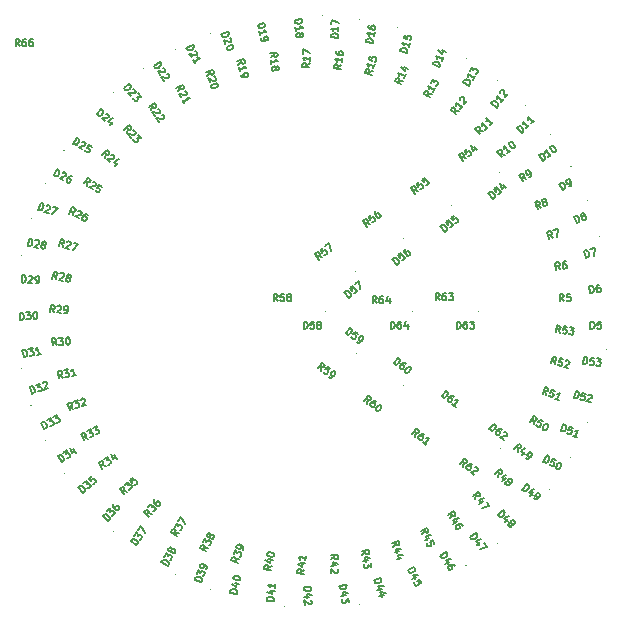
<source format=gbr>
G04 #@! TF.GenerationSoftware,KiCad,Pcbnew,5.1.5-52549c5~84~ubuntu18.04.1*
G04 #@! TF.CreationDate,2020-02-20T23:27:41+01:00*
G04 #@! TF.ProjectId,chase,63686173-652e-46b6-9963-61645f706362,rev?*
G04 #@! TF.SameCoordinates,Original*
G04 #@! TF.FileFunction,Legend,Top*
G04 #@! TF.FilePolarity,Positive*
%FSLAX46Y46*%
G04 Gerber Fmt 4.6, Leading zero omitted, Abs format (unit mm)*
G04 Created by KiCad (PCBNEW 5.1.5-52549c5~84~ubuntu18.04.1) date 2020-02-20 23:27:41*
%MOMM*%
%LPD*%
G04 APERTURE LIST*
%ADD10C,0.100000*%
%ADD11C,0.130000*%
G04 APERTURE END LIST*
D10*
X150091630Y-136199321D02*
G75*
G03X150091630Y-136199321I-50000J0D01*
G01*
X135291000Y-126785000D02*
G75*
G03X135291000Y-126785000I-50000J0D01*
G01*
X140879000Y-126785000D02*
G75*
G03X140879000Y-126785000I-50000J0D01*
G01*
X142691513Y-138362978D02*
G75*
G03X142691513Y-138362978I-50000J0D01*
G01*
X138627513Y-135683978D02*
G75*
G03X138627513Y-135683978I-50000J0D01*
G01*
X134563513Y-133003978D02*
G75*
G03X134563513Y-133003978I-50000J0D01*
G01*
X130499513Y-130324978D02*
G75*
G03X130499513Y-130324978I-50000J0D01*
G01*
X127925000Y-126785000D02*
G75*
G03X127925000Y-126785000I-50000J0D01*
G01*
X130499513Y-123335022D02*
G75*
G03X130499513Y-123335022I-50000J0D01*
G01*
X134563513Y-120541022D02*
G75*
G03X134563513Y-120541022I-50000J0D01*
G01*
X138627513Y-117747022D02*
G75*
G03X138627513Y-117747022I-50000J0D01*
G01*
X142691513Y-114953022D02*
G75*
G03X142691513Y-114953022I-50000J0D01*
G01*
X151719875Y-129986838D02*
G75*
G03X151719875Y-129986838I-50000J0D01*
G01*
X151102859Y-133155113D02*
G75*
G03X151102859Y-133155113I-50000J0D01*
G01*
X148700335Y-139090442D02*
G75*
G03X148700335Y-139090442I-50000J0D01*
G01*
X146939513Y-141795978D02*
G75*
G03X146939513Y-141795978I-50000J0D01*
G01*
X144859080Y-144238178D02*
G75*
G03X144859080Y-144238178I-50000J0D01*
G01*
X142484959Y-146396089D02*
G75*
G03X142484959Y-146396089I-50000J0D01*
G01*
X139837392Y-148242312D02*
G75*
G03X139837392Y-148242312I-50000J0D01*
G01*
X136993344Y-149726765D02*
G75*
G03X136993344Y-149726765I-50001J0D01*
G01*
X133982685Y-150835372D02*
G75*
G03X133982685Y-150835372I-50000J0D01*
G01*
X130835514Y-151553580D02*
G75*
G03X130835514Y-151553580I-50000J0D01*
G01*
X127642040Y-151862336D02*
G75*
G03X127642040Y-151862336I-50000J0D01*
G01*
X124416064Y-151758029D02*
G75*
G03X124416064Y-151758029I-50000J0D01*
G01*
X121248803Y-151245063D02*
G75*
G03X121248803Y-151245063I-50000J0D01*
G01*
X118173198Y-150332265D02*
G75*
G03X118173198Y-150332265I-50000J0D01*
G01*
X115222277Y-149025413D02*
G75*
G03X115222277Y-149025413I-50001J0D01*
G01*
X112478802Y-147361876D02*
G75*
G03X112478802Y-147361876I-50000J0D01*
G01*
X109970647Y-145362028D02*
G75*
G03X109970647Y-145362028I-49999J0D01*
G01*
X107725012Y-143042638D02*
G75*
G03X107725012Y-143042638I-50000J0D01*
G01*
X105806849Y-140471657D02*
G75*
G03X105806849Y-140471657I-50000J0D01*
G01*
X104232314Y-137675825D02*
G75*
G03X104232314Y-137675825I-50000J0D01*
G01*
X103021348Y-134684829D02*
G75*
G03X103021348Y-134684829I-50000J0D01*
G01*
X102208027Y-131580982D02*
G75*
G03X102208027Y-131580982I-50001J0D01*
G01*
X101796655Y-128399035D02*
G75*
G03X101796655Y-128399035I-50000J0D01*
G01*
X101796655Y-125170965D02*
G75*
G03X101796655Y-125170965I-50000J0D01*
G01*
X102208027Y-121989018D02*
G75*
G03X102208027Y-121989018I-50001J0D01*
G01*
X103021348Y-118885171D02*
G75*
G03X103021348Y-118885171I-50000J0D01*
G01*
X104232314Y-115894175D02*
G75*
G03X104232314Y-115894175I-50000J0D01*
G01*
X105806849Y-113098343D02*
G75*
G03X105806849Y-113098343I-50000J0D01*
G01*
X107725012Y-110527362D02*
G75*
G03X107725012Y-110527362I-50000J0D01*
G01*
X109970647Y-108207972D02*
G75*
G03X109970647Y-108207972I-49999J0D01*
G01*
X112478802Y-106208124D02*
G75*
G03X112478802Y-106208124I-50000J0D01*
G01*
X115222277Y-104544587D02*
G75*
G03X115222277Y-104544587I-50001J0D01*
G01*
X118173198Y-103237735D02*
G75*
G03X118173198Y-103237735I-50000J0D01*
G01*
X121248803Y-102324937D02*
G75*
G03X121248803Y-102324937I-50000J0D01*
G01*
X124416064Y-101811971D02*
G75*
G03X124416064Y-101811971I-50000J0D01*
G01*
X127642040Y-101707664D02*
G75*
G03X127642040Y-101707664I-50000J0D01*
G01*
X130835514Y-102016420D02*
G75*
G03X130835514Y-102016420I-50000J0D01*
G01*
X133982685Y-102734628D02*
G75*
G03X133982685Y-102734628I-50000J0D01*
G01*
X136993344Y-103843235D02*
G75*
G03X136993344Y-103843235I-50001J0D01*
G01*
X139837392Y-105327688D02*
G75*
G03X139837392Y-105327688I-50000J0D01*
G01*
X142484959Y-107173911D02*
G75*
G03X142484959Y-107173911I-50000J0D01*
G01*
X144859080Y-109331822D02*
G75*
G03X144859080Y-109331822I-50000J0D01*
G01*
X146939513Y-111774022D02*
G75*
G03X146939513Y-111774022I-50000J0D01*
G01*
X148700335Y-114479558D02*
G75*
G03X148700335Y-114479558I-50000J0D01*
G01*
X150091630Y-117370679D02*
G75*
G03X150091630Y-117370679I-50000J0D01*
G01*
X151102859Y-120414887D02*
G75*
G03X151102859Y-120414887I-50000J0D01*
G01*
X151719875Y-123583162D02*
G75*
G03X151719875Y-123583162I-50000J0D01*
G01*
X151925000Y-126785000D02*
G75*
G03X151925000Y-126785000I-50000J0D01*
G01*
D11*
X102015285Y-104296428D02*
X101815285Y-104010714D01*
X101672428Y-104296428D02*
X101672428Y-103696428D01*
X101901000Y-103696428D01*
X101958142Y-103725000D01*
X101986714Y-103753571D01*
X102015285Y-103810714D01*
X102015285Y-103896428D01*
X101986714Y-103953571D01*
X101958142Y-103982142D01*
X101901000Y-104010714D01*
X101672428Y-104010714D01*
X102529571Y-103696428D02*
X102415285Y-103696428D01*
X102358142Y-103725000D01*
X102329571Y-103753571D01*
X102272428Y-103839285D01*
X102243857Y-103953571D01*
X102243857Y-104182142D01*
X102272428Y-104239285D01*
X102301000Y-104267857D01*
X102358142Y-104296428D01*
X102472428Y-104296428D01*
X102529571Y-104267857D01*
X102558142Y-104239285D01*
X102586714Y-104182142D01*
X102586714Y-104039285D01*
X102558142Y-103982142D01*
X102529571Y-103953571D01*
X102472428Y-103925000D01*
X102358142Y-103925000D01*
X102301000Y-103953571D01*
X102272428Y-103982142D01*
X102243857Y-104039285D01*
X103101000Y-103696428D02*
X102986714Y-103696428D01*
X102929571Y-103725000D01*
X102901000Y-103753571D01*
X102843857Y-103839285D01*
X102815285Y-103953571D01*
X102815285Y-104182142D01*
X102843857Y-104239285D01*
X102872428Y-104267857D01*
X102929571Y-104296428D01*
X103043857Y-104296428D01*
X103101000Y-104267857D01*
X103129571Y-104239285D01*
X103158142Y-104182142D01*
X103158142Y-104039285D01*
X103129571Y-103982142D01*
X103101000Y-103953571D01*
X103043857Y-103925000D01*
X102929571Y-103925000D01*
X102872428Y-103953571D01*
X102843857Y-103982142D01*
X102815285Y-104039285D01*
X147815511Y-136854541D02*
X148040275Y-136298231D01*
X148172730Y-136351746D01*
X148241500Y-136410346D01*
X148273075Y-136484734D01*
X148278160Y-136548419D01*
X148261839Y-136665086D01*
X148229730Y-136744559D01*
X148160427Y-136839820D01*
X148112530Y-136882099D01*
X148038142Y-136913674D01*
X147947966Y-136908056D01*
X147815511Y-136854541D01*
X148861495Y-136630025D02*
X148596585Y-136522995D01*
X148463064Y-136777201D01*
X148500258Y-136761413D01*
X148563943Y-136756329D01*
X148696398Y-136809844D01*
X148738676Y-136857741D01*
X148754464Y-136894935D01*
X148759549Y-136958620D01*
X148706034Y-137091075D01*
X148658137Y-137133354D01*
X148620943Y-137149141D01*
X148557258Y-137154226D01*
X148424803Y-137100711D01*
X148382524Y-137052814D01*
X148366736Y-137015620D01*
X149193041Y-137411099D02*
X148875150Y-137282663D01*
X149034095Y-137346881D02*
X149258859Y-136790571D01*
X149173768Y-136848638D01*
X149099380Y-136880213D01*
X149035695Y-136885298D01*
X132241285Y-126040428D02*
X132041285Y-125754714D01*
X131898428Y-126040428D02*
X131898428Y-125440428D01*
X132127000Y-125440428D01*
X132184142Y-125469000D01*
X132212714Y-125497571D01*
X132241285Y-125554714D01*
X132241285Y-125640428D01*
X132212714Y-125697571D01*
X132184142Y-125726142D01*
X132127000Y-125754714D01*
X131898428Y-125754714D01*
X132755571Y-125440428D02*
X132641285Y-125440428D01*
X132584142Y-125469000D01*
X132555571Y-125497571D01*
X132498428Y-125583285D01*
X132469857Y-125697571D01*
X132469857Y-125926142D01*
X132498428Y-125983285D01*
X132527000Y-126011857D01*
X132584142Y-126040428D01*
X132698428Y-126040428D01*
X132755571Y-126011857D01*
X132784142Y-125983285D01*
X132812714Y-125926142D01*
X132812714Y-125783285D01*
X132784142Y-125726142D01*
X132755571Y-125697571D01*
X132698428Y-125669000D01*
X132584142Y-125669000D01*
X132527000Y-125697571D01*
X132498428Y-125726142D01*
X132469857Y-125783285D01*
X133327000Y-125640428D02*
X133327000Y-126040428D01*
X133184142Y-125411857D02*
X133041285Y-125840428D01*
X133412714Y-125840428D01*
X137575285Y-125786428D02*
X137375285Y-125500714D01*
X137232428Y-125786428D02*
X137232428Y-125186428D01*
X137461000Y-125186428D01*
X137518142Y-125215000D01*
X137546714Y-125243571D01*
X137575285Y-125300714D01*
X137575285Y-125386428D01*
X137546714Y-125443571D01*
X137518142Y-125472142D01*
X137461000Y-125500714D01*
X137232428Y-125500714D01*
X138089571Y-125186428D02*
X137975285Y-125186428D01*
X137918142Y-125215000D01*
X137889571Y-125243571D01*
X137832428Y-125329285D01*
X137803857Y-125443571D01*
X137803857Y-125672142D01*
X137832428Y-125729285D01*
X137861000Y-125757857D01*
X137918142Y-125786428D01*
X138032428Y-125786428D01*
X138089571Y-125757857D01*
X138118142Y-125729285D01*
X138146714Y-125672142D01*
X138146714Y-125529285D01*
X138118142Y-125472142D01*
X138089571Y-125443571D01*
X138032428Y-125415000D01*
X137918142Y-125415000D01*
X137861000Y-125443571D01*
X137832428Y-125472142D01*
X137803857Y-125529285D01*
X138346714Y-125186428D02*
X138718142Y-125186428D01*
X138518142Y-125415000D01*
X138603857Y-125415000D01*
X138661000Y-125443571D01*
X138689571Y-125472142D01*
X138718142Y-125529285D01*
X138718142Y-125672142D01*
X138689571Y-125729285D01*
X138661000Y-125757857D01*
X138603857Y-125786428D01*
X138432428Y-125786428D01*
X138375285Y-125757857D01*
X138346714Y-125729285D01*
X139579481Y-139896047D02*
X139591701Y-139547503D01*
X139305663Y-139689711D02*
X139666752Y-139210529D01*
X139849297Y-139348087D01*
X139877739Y-139405295D01*
X139883362Y-139445308D01*
X139871791Y-139508139D01*
X139820207Y-139576593D01*
X139762999Y-139605035D01*
X139722986Y-139610658D01*
X139660155Y-139599087D01*
X139477610Y-139461529D01*
X140351296Y-139726371D02*
X140260024Y-139657592D01*
X140197193Y-139646021D01*
X140157180Y-139651644D01*
X140059959Y-139685709D01*
X139968362Y-139759787D01*
X139830805Y-139942332D01*
X139819233Y-140005163D01*
X139824857Y-140045176D01*
X139853298Y-140102384D01*
X139944571Y-140171163D01*
X140007402Y-140182734D01*
X140047415Y-140177111D01*
X140104623Y-140148669D01*
X140190596Y-140034578D01*
X140202167Y-139971747D01*
X140196544Y-139931734D01*
X140168102Y-139874527D01*
X140076830Y-139805748D01*
X140013999Y-139794177D01*
X139973986Y-139799800D01*
X139916778Y-139828242D01*
X140545089Y-139943954D02*
X140585101Y-139938331D01*
X140647932Y-139949902D01*
X140762023Y-140035876D01*
X140790465Y-140093083D01*
X140796088Y-140133096D01*
X140784517Y-140195927D01*
X140750128Y-140241564D01*
X140675725Y-140292823D01*
X140195571Y-140360305D01*
X140492207Y-140583836D01*
X135515481Y-137356047D02*
X135527701Y-137007503D01*
X135241663Y-137149711D02*
X135602752Y-136670529D01*
X135785297Y-136808087D01*
X135813739Y-136865295D01*
X135819362Y-136905308D01*
X135807791Y-136968139D01*
X135756207Y-137036593D01*
X135698999Y-137065035D01*
X135658986Y-137070658D01*
X135596155Y-137059087D01*
X135413610Y-136921529D01*
X136287296Y-137186371D02*
X136196024Y-137117592D01*
X136133193Y-137106021D01*
X136093180Y-137111644D01*
X135995959Y-137145709D01*
X135904362Y-137219787D01*
X135766805Y-137402332D01*
X135755233Y-137465163D01*
X135760857Y-137505176D01*
X135789298Y-137562384D01*
X135880571Y-137631163D01*
X135943402Y-137642734D01*
X135983415Y-137637111D01*
X136040623Y-137608669D01*
X136126596Y-137494578D01*
X136138167Y-137431747D01*
X136132544Y-137391734D01*
X136104102Y-137334527D01*
X136012830Y-137265748D01*
X135949999Y-137254177D01*
X135909986Y-137259800D01*
X135852778Y-137288242D01*
X136428207Y-138043836D02*
X136154389Y-137837499D01*
X136291298Y-137940668D02*
X136652387Y-137461486D01*
X136555166Y-137495551D01*
X136475141Y-137506798D01*
X136412310Y-137495227D01*
X131451481Y-134562047D02*
X131463701Y-134213503D01*
X131177663Y-134355711D02*
X131538752Y-133876529D01*
X131721297Y-134014087D01*
X131749739Y-134071295D01*
X131755362Y-134111308D01*
X131743791Y-134174139D01*
X131692207Y-134242593D01*
X131634999Y-134271035D01*
X131594986Y-134276658D01*
X131532155Y-134265087D01*
X131349610Y-134127529D01*
X132223296Y-134392371D02*
X132132024Y-134323592D01*
X132069193Y-134312021D01*
X132029180Y-134317644D01*
X131931959Y-134351709D01*
X131840362Y-134425787D01*
X131702805Y-134608332D01*
X131691233Y-134671163D01*
X131696857Y-134711176D01*
X131725298Y-134768384D01*
X131816571Y-134837163D01*
X131879402Y-134848734D01*
X131919415Y-134843111D01*
X131976623Y-134814669D01*
X132062596Y-134700578D01*
X132074167Y-134637747D01*
X132068544Y-134597734D01*
X132040102Y-134540527D01*
X131948830Y-134471748D01*
X131885999Y-134460177D01*
X131845986Y-134465800D01*
X131788778Y-134494242D01*
X132565569Y-134650292D02*
X132611205Y-134684681D01*
X132639647Y-134741889D01*
X132645270Y-134781902D01*
X132633699Y-134844733D01*
X132587738Y-134953200D01*
X132501765Y-135067291D01*
X132410168Y-135141369D01*
X132352960Y-135169810D01*
X132312947Y-135175434D01*
X132250116Y-135163862D01*
X132204480Y-135129473D01*
X132176038Y-135072265D01*
X132170415Y-135032252D01*
X132181986Y-134969421D01*
X132227947Y-134860954D01*
X132313920Y-134746863D01*
X132405517Y-134672785D01*
X132462725Y-134644344D01*
X132502738Y-134638720D01*
X132565569Y-134650292D01*
X127522481Y-131768047D02*
X127534701Y-131419503D01*
X127248663Y-131561711D02*
X127609752Y-131082529D01*
X127792297Y-131220087D01*
X127820739Y-131277295D01*
X127826362Y-131317308D01*
X127814791Y-131380139D01*
X127763207Y-131448593D01*
X127705999Y-131477035D01*
X127665986Y-131482658D01*
X127603155Y-131471087D01*
X127420610Y-131333529D01*
X128317115Y-131615566D02*
X128088933Y-131443618D01*
X127894168Y-131654605D01*
X127934181Y-131648982D01*
X127997012Y-131660553D01*
X128111102Y-131746527D01*
X128139544Y-131803734D01*
X128145167Y-131843747D01*
X128133596Y-131906578D01*
X128047623Y-132020669D01*
X127990415Y-132049111D01*
X127950402Y-132054734D01*
X127887571Y-132043163D01*
X127773480Y-131957189D01*
X127745039Y-131899982D01*
X127739415Y-131859969D01*
X128207025Y-132283889D02*
X128298298Y-132352668D01*
X128361129Y-132364239D01*
X128401142Y-132358615D01*
X128498362Y-132324550D01*
X128589959Y-132250473D01*
X128727517Y-132067927D01*
X128739088Y-132005096D01*
X128733465Y-131965083D01*
X128705023Y-131907876D01*
X128613751Y-131839097D01*
X128550920Y-131827526D01*
X128510907Y-131833149D01*
X128453699Y-131861591D01*
X128367726Y-131975681D01*
X128356154Y-132038513D01*
X128361778Y-132078525D01*
X128390219Y-132135733D01*
X128481492Y-132204512D01*
X128544323Y-132216083D01*
X128584336Y-132210460D01*
X128641543Y-132182018D01*
X123859285Y-125886428D02*
X123659285Y-125600714D01*
X123516428Y-125886428D02*
X123516428Y-125286428D01*
X123745000Y-125286428D01*
X123802142Y-125315000D01*
X123830714Y-125343571D01*
X123859285Y-125400714D01*
X123859285Y-125486428D01*
X123830714Y-125543571D01*
X123802142Y-125572142D01*
X123745000Y-125600714D01*
X123516428Y-125600714D01*
X124402142Y-125286428D02*
X124116428Y-125286428D01*
X124087857Y-125572142D01*
X124116428Y-125543571D01*
X124173571Y-125515000D01*
X124316428Y-125515000D01*
X124373571Y-125543571D01*
X124402142Y-125572142D01*
X124430714Y-125629285D01*
X124430714Y-125772142D01*
X124402142Y-125829285D01*
X124373571Y-125857857D01*
X124316428Y-125886428D01*
X124173571Y-125886428D01*
X124116428Y-125857857D01*
X124087857Y-125829285D01*
X124773571Y-125543571D02*
X124716428Y-125515000D01*
X124687857Y-125486428D01*
X124659285Y-125429285D01*
X124659285Y-125400714D01*
X124687857Y-125343571D01*
X124716428Y-125315000D01*
X124773571Y-125286428D01*
X124887857Y-125286428D01*
X124945000Y-125315000D01*
X124973571Y-125343571D01*
X125002142Y-125400714D01*
X125002142Y-125429285D01*
X124973571Y-125486428D01*
X124945000Y-125515000D01*
X124887857Y-125543571D01*
X124773571Y-125543571D01*
X124716428Y-125572142D01*
X124687857Y-125600714D01*
X124659285Y-125657857D01*
X124659285Y-125772142D01*
X124687857Y-125829285D01*
X124716428Y-125857857D01*
X124773571Y-125886428D01*
X124887857Y-125886428D01*
X124945000Y-125857857D01*
X124973571Y-125829285D01*
X125002142Y-125772142D01*
X125002142Y-125657857D01*
X124973571Y-125600714D01*
X124945000Y-125572142D01*
X124887857Y-125543571D01*
X127650995Y-122157905D02*
X127319321Y-122050086D01*
X127377177Y-122364241D02*
X127016088Y-121885060D01*
X127198634Y-121747502D01*
X127261465Y-121735931D01*
X127301477Y-121741554D01*
X127358685Y-121769996D01*
X127410269Y-121838450D01*
X127421840Y-121901281D01*
X127416217Y-121941294D01*
X127387775Y-121998502D01*
X127205230Y-122136060D01*
X127723451Y-121352024D02*
X127495270Y-121523971D01*
X127644399Y-121769347D01*
X127650022Y-121729334D01*
X127678464Y-121672127D01*
X127792554Y-121586153D01*
X127855385Y-121574582D01*
X127895398Y-121580205D01*
X127952606Y-121608647D01*
X128038579Y-121722738D01*
X128050151Y-121785569D01*
X128044527Y-121825582D01*
X128016086Y-121882789D01*
X127901995Y-121968763D01*
X127839164Y-121980334D01*
X127799151Y-121974711D01*
X127905996Y-121214466D02*
X128225451Y-120973740D01*
X128381176Y-121607674D01*
X131714995Y-119363905D02*
X131383321Y-119256086D01*
X131441177Y-119570241D02*
X131080088Y-119091060D01*
X131262634Y-118953502D01*
X131325465Y-118941931D01*
X131365477Y-118947554D01*
X131422685Y-118975996D01*
X131474269Y-119044450D01*
X131485840Y-119107281D01*
X131480217Y-119147294D01*
X131451775Y-119204502D01*
X131269230Y-119342060D01*
X131787451Y-118558024D02*
X131559270Y-118729971D01*
X131708399Y-118975347D01*
X131714022Y-118935334D01*
X131742464Y-118878127D01*
X131856554Y-118792153D01*
X131919385Y-118780582D01*
X131959398Y-118786205D01*
X132016606Y-118814647D01*
X132102579Y-118928738D01*
X132114151Y-118991569D01*
X132108527Y-119031582D01*
X132080086Y-119088789D01*
X131965995Y-119174763D01*
X131903164Y-119186334D01*
X131863151Y-119180711D01*
X132220996Y-118231324D02*
X132129724Y-118300103D01*
X132101282Y-118357311D01*
X132095658Y-118397323D01*
X132101606Y-118500167D01*
X132147567Y-118608635D01*
X132285125Y-118791180D01*
X132342332Y-118819622D01*
X132382345Y-118825245D01*
X132445176Y-118813674D01*
X132536449Y-118744895D01*
X132564890Y-118687687D01*
X132570514Y-118647674D01*
X132558943Y-118584843D01*
X132472969Y-118470753D01*
X132415761Y-118442311D01*
X132375749Y-118436688D01*
X132312918Y-118448259D01*
X132221645Y-118517038D01*
X132193203Y-118574245D01*
X132187580Y-118614258D01*
X132199151Y-118677089D01*
X135778995Y-116569905D02*
X135447321Y-116462086D01*
X135505177Y-116776241D02*
X135144088Y-116297060D01*
X135326634Y-116159502D01*
X135389465Y-116147931D01*
X135429477Y-116153554D01*
X135486685Y-116181996D01*
X135538269Y-116250450D01*
X135549840Y-116313281D01*
X135544217Y-116353294D01*
X135515775Y-116410502D01*
X135333230Y-116548060D01*
X135851451Y-115764024D02*
X135623270Y-115935971D01*
X135772399Y-116181347D01*
X135778022Y-116141334D01*
X135806464Y-116084127D01*
X135920554Y-115998153D01*
X135983385Y-115986582D01*
X136023398Y-115992205D01*
X136080606Y-116020647D01*
X136166579Y-116134738D01*
X136178151Y-116197569D01*
X136172527Y-116237582D01*
X136144086Y-116294789D01*
X136029995Y-116380763D01*
X135967164Y-116392334D01*
X135927151Y-116386711D01*
X136307814Y-115420129D02*
X136079633Y-115592077D01*
X136228762Y-115837453D01*
X136234385Y-115797440D01*
X136262827Y-115740232D01*
X136376918Y-115654259D01*
X136439749Y-115642688D01*
X136479761Y-115648311D01*
X136536969Y-115676753D01*
X136622943Y-115790843D01*
X136634514Y-115853674D01*
X136628890Y-115893687D01*
X136600449Y-115950895D01*
X136486358Y-116036868D01*
X136423527Y-116048440D01*
X136383514Y-116042816D01*
X139842995Y-113775905D02*
X139511321Y-113668086D01*
X139569177Y-113982241D02*
X139208088Y-113503060D01*
X139390634Y-113365502D01*
X139453465Y-113353931D01*
X139493477Y-113359554D01*
X139550685Y-113387996D01*
X139602269Y-113456450D01*
X139613840Y-113519281D01*
X139608217Y-113559294D01*
X139579775Y-113616502D01*
X139397230Y-113754060D01*
X139915451Y-112970024D02*
X139687270Y-113141971D01*
X139836399Y-113387347D01*
X139842022Y-113347334D01*
X139870464Y-113290127D01*
X139984554Y-113204153D01*
X140047385Y-113192582D01*
X140087398Y-113198205D01*
X140144606Y-113226647D01*
X140230579Y-113340738D01*
X140242151Y-113403569D01*
X140236527Y-113443582D01*
X140208086Y-113500789D01*
X140093995Y-113586763D01*
X140031164Y-113598334D01*
X139991151Y-113592711D01*
X140469359Y-112803051D02*
X140710085Y-113122505D01*
X140217711Y-112706480D02*
X140361541Y-113134726D01*
X140658177Y-112911194D01*
X147741664Y-128581053D02*
X147579843Y-128272109D01*
X147401622Y-128537209D02*
X147478348Y-127942135D01*
X147705043Y-127971364D01*
X147758063Y-128007008D01*
X147782747Y-128038999D01*
X147803776Y-128099326D01*
X147792815Y-128184337D01*
X147757171Y-128237357D01*
X147725181Y-128262040D01*
X147664853Y-128283069D01*
X147438158Y-128253840D01*
X148356791Y-128055398D02*
X148073422Y-128018861D01*
X148008549Y-128298576D01*
X148040540Y-128273893D01*
X148100867Y-128252863D01*
X148242551Y-128271132D01*
X148295571Y-128306776D01*
X148320255Y-128338766D01*
X148341284Y-128399094D01*
X148323016Y-128540778D01*
X148287372Y-128593798D01*
X148255381Y-128618481D01*
X148195054Y-128639511D01*
X148053370Y-128621243D01*
X148000350Y-128585598D01*
X147975667Y-128553608D01*
X148583486Y-128084627D02*
X148951865Y-128132124D01*
X148724278Y-128333243D01*
X148809289Y-128344204D01*
X148862309Y-128379848D01*
X148886992Y-128411839D01*
X148908021Y-128472166D01*
X148889753Y-128613850D01*
X148854109Y-128666871D01*
X148822119Y-128691554D01*
X148761791Y-128712583D01*
X148591770Y-128690662D01*
X148538750Y-128655017D01*
X148514067Y-128623027D01*
X147339937Y-131246186D02*
X147218951Y-130919085D01*
X147008293Y-131159218D02*
X147160486Y-130578842D01*
X147381582Y-130636820D01*
X147429608Y-130678951D01*
X147449998Y-130713836D01*
X147463141Y-130776357D01*
X147441399Y-130859268D01*
X147399267Y-130907295D01*
X147364383Y-130927684D01*
X147301862Y-130940827D01*
X147080766Y-130882849D01*
X148017233Y-130803507D02*
X147740863Y-130731034D01*
X147640753Y-131000157D01*
X147675637Y-130979767D01*
X147738158Y-130966625D01*
X147876343Y-131002861D01*
X147924370Y-131044993D01*
X147944760Y-131079877D01*
X147957902Y-131142398D01*
X147921666Y-131280583D01*
X147879534Y-131328610D01*
X147844650Y-131349000D01*
X147782129Y-131362142D01*
X147643944Y-131325906D01*
X147595917Y-131283774D01*
X147575527Y-131248890D01*
X148251471Y-130924007D02*
X148286355Y-130903617D01*
X148348877Y-130890474D01*
X148487062Y-130926711D01*
X148535088Y-130968842D01*
X148555478Y-131003727D01*
X148568620Y-131066248D01*
X148554126Y-131121522D01*
X148504747Y-131197185D01*
X148086136Y-131441862D01*
X148445417Y-131536077D01*
X146600696Y-133838065D02*
X146522532Y-133498179D01*
X146282896Y-133709402D02*
X146508056Y-133153252D01*
X146719923Y-133239028D01*
X146762168Y-133286955D01*
X146777929Y-133324160D01*
X146782969Y-133387849D01*
X146750803Y-133467299D01*
X146702876Y-133509543D01*
X146665671Y-133525305D01*
X146601982Y-133530344D01*
X146390115Y-133444569D01*
X147329040Y-133485632D02*
X147064207Y-133378413D01*
X146930504Y-133632524D01*
X146967709Y-133616763D01*
X147031398Y-133611723D01*
X147163815Y-133665333D01*
X147206059Y-133713260D01*
X147221821Y-133750465D01*
X147226860Y-133814154D01*
X147173251Y-133946570D01*
X147125323Y-133988815D01*
X147088118Y-134004576D01*
X147024430Y-134009616D01*
X146892013Y-133956006D01*
X146849768Y-133908079D01*
X146834007Y-133870874D01*
X147660030Y-134266942D02*
X147342230Y-134138279D01*
X147501130Y-134202610D02*
X147726290Y-133646460D01*
X147641157Y-133704467D01*
X147566747Y-133735989D01*
X147503058Y-133741029D01*
X145536085Y-136314136D02*
X145502026Y-135967044D01*
X145237347Y-136145890D02*
X145531777Y-135623098D01*
X145730936Y-135735262D01*
X145766705Y-135788198D01*
X145777579Y-135827113D01*
X145774433Y-135890924D01*
X145732372Y-135965608D01*
X145679436Y-136001377D01*
X145640521Y-136012251D01*
X145576710Y-136009105D01*
X145377552Y-135896941D01*
X146303517Y-136057734D02*
X146054569Y-135917529D01*
X145889469Y-136152457D01*
X145928384Y-136141582D01*
X145992194Y-136144728D01*
X146116668Y-136214831D01*
X146152437Y-136267767D01*
X146163312Y-136306682D01*
X146160166Y-136370492D01*
X146090063Y-136494966D01*
X146037127Y-136530735D01*
X145998212Y-136541610D01*
X145934402Y-136538464D01*
X145809928Y-136468361D01*
X145774159Y-136415425D01*
X145763284Y-136376510D01*
X146652044Y-136254021D02*
X146701834Y-136282062D01*
X146737603Y-136334998D01*
X146748477Y-136373913D01*
X146745331Y-136437723D01*
X146714144Y-136551323D01*
X146644041Y-136675797D01*
X146563065Y-136761356D01*
X146510129Y-136797125D01*
X146471214Y-136807999D01*
X146407403Y-136804853D01*
X146357614Y-136776812D01*
X146321845Y-136723876D01*
X146310970Y-136684961D01*
X146314116Y-136621151D01*
X146345304Y-136507551D01*
X146415406Y-136383077D01*
X146496383Y-136297518D01*
X146549319Y-136261749D01*
X146588234Y-136250875D01*
X146652044Y-136254021D01*
X144163579Y-138633737D02*
X144174185Y-138285140D01*
X143888808Y-138428671D02*
X144247674Y-137947823D01*
X144430855Y-138084534D01*
X144459561Y-138141609D01*
X144465370Y-138181595D01*
X144454089Y-138244479D01*
X144402823Y-138313172D01*
X144345747Y-138341878D01*
X144305761Y-138347687D01*
X144242877Y-138336406D01*
X144059697Y-138199695D01*
X144814978Y-138620772D02*
X144575734Y-138941337D01*
X144837202Y-138352147D02*
X144466381Y-138610166D01*
X144764049Y-138832321D01*
X144850504Y-139146403D02*
X144942095Y-139214759D01*
X145004979Y-139226039D01*
X145044965Y-139220230D01*
X145142027Y-139185716D01*
X145233280Y-139111214D01*
X145369991Y-138928034D01*
X145381271Y-138865150D01*
X145375462Y-138825164D01*
X145346756Y-138768089D01*
X145255166Y-138699733D01*
X145192282Y-138688453D01*
X145152296Y-138694261D01*
X145095220Y-138722968D01*
X145009776Y-138837455D01*
X144998496Y-138900339D01*
X145004304Y-138940326D01*
X145033011Y-138997401D01*
X145124601Y-139065756D01*
X145187485Y-139077037D01*
X145227471Y-139071228D01*
X145284546Y-139042522D01*
X142505719Y-140758782D02*
X142560815Y-140414403D01*
X142259428Y-140520263D02*
X142676837Y-140089253D01*
X142841031Y-140248266D01*
X142862203Y-140308544D01*
X142862851Y-140348945D01*
X142843622Y-140409870D01*
X142783992Y-140471443D01*
X142723714Y-140492614D01*
X142683313Y-140493262D01*
X142622388Y-140474033D01*
X142458194Y-140315020D01*
X143153429Y-140829222D02*
X142875156Y-141116562D01*
X143209820Y-140565645D02*
X142809049Y-140774126D01*
X143075865Y-141032522D01*
X143401015Y-141148544D02*
X143379843Y-141088266D01*
X143379196Y-141047865D01*
X143398425Y-140986940D01*
X143418301Y-140966416D01*
X143478579Y-140945244D01*
X143518980Y-140944596D01*
X143579905Y-140963825D01*
X143662002Y-141043332D01*
X143683174Y-141103609D01*
X143683821Y-141144010D01*
X143664592Y-141204936D01*
X143644716Y-141225460D01*
X143584438Y-141246632D01*
X143544037Y-141247279D01*
X143483112Y-141228050D01*
X143401015Y-141148544D01*
X143340090Y-141129315D01*
X143299689Y-141129962D01*
X143239411Y-141151134D01*
X143159905Y-141233231D01*
X143140676Y-141294156D01*
X143141323Y-141334557D01*
X143162495Y-141394835D01*
X143244592Y-141474342D01*
X143305518Y-141493571D01*
X143345918Y-141492923D01*
X143406196Y-141471751D01*
X143485703Y-141389654D01*
X143504932Y-141328729D01*
X143504284Y-141288328D01*
X143483112Y-141228050D01*
X140589723Y-142654379D02*
X140688406Y-142319873D01*
X140375955Y-142386322D02*
X140845054Y-142012228D01*
X140987566Y-142190933D01*
X141000856Y-142253423D01*
X140996332Y-142293575D01*
X140969470Y-142351541D01*
X140902456Y-142404983D01*
X140839966Y-142418273D01*
X140799814Y-142413749D01*
X140741848Y-142386887D01*
X140599336Y-142208182D01*
X141223108Y-142807068D02*
X140910375Y-143056464D01*
X141312742Y-142552866D02*
X140888601Y-142708385D01*
X141120183Y-142998780D01*
X141539800Y-142883412D02*
X141789196Y-143196145D01*
X141159771Y-143369196D01*
X138447055Y-144289401D02*
X138587703Y-143970261D01*
X138269320Y-143996209D02*
X138782406Y-143685174D01*
X138900896Y-143880635D01*
X138906085Y-143944312D01*
X138896464Y-143983556D01*
X138862410Y-144037611D01*
X138789112Y-144082044D01*
X138725435Y-144087234D01*
X138686192Y-144077613D01*
X138632137Y-144043559D01*
X138513647Y-143848097D01*
X139055714Y-144521832D02*
X138713657Y-144729189D01*
X139177119Y-144281179D02*
X138736573Y-144381184D01*
X138929119Y-144698808D01*
X139522967Y-144906806D02*
X139463722Y-144809076D01*
X139409667Y-144775022D01*
X139370423Y-144765400D01*
X139267503Y-144760969D01*
X139154961Y-144795781D01*
X138959500Y-144914271D01*
X138925445Y-144968326D01*
X138915824Y-145007570D01*
X138921014Y-145071246D01*
X138980259Y-145168977D01*
X139034314Y-145203031D01*
X139073558Y-145212652D01*
X139137234Y-145207462D01*
X139259397Y-145133406D01*
X139293451Y-145079351D01*
X139303073Y-145040107D01*
X139297883Y-144976431D01*
X139238638Y-144878700D01*
X139184583Y-144844646D01*
X139145339Y-144835025D01*
X139081663Y-144840215D01*
X136112897Y-145637000D02*
X136293201Y-145338465D01*
X135974114Y-145323487D02*
X136522762Y-145080617D01*
X136615284Y-145289626D01*
X136612288Y-145353443D01*
X136597727Y-145391135D01*
X136557040Y-145440391D01*
X136478662Y-145475087D01*
X136414845Y-145472091D01*
X136377153Y-145457530D01*
X136327897Y-145416844D01*
X136235375Y-145207835D01*
X136686836Y-145945356D02*
X136321071Y-146107270D01*
X136838019Y-145722204D02*
X136388302Y-145765052D01*
X136538650Y-146104691D01*
X137112589Y-146413047D02*
X136996937Y-146151786D01*
X136724111Y-146241313D01*
X136761802Y-146255874D01*
X136811058Y-146296560D01*
X136868885Y-146427191D01*
X136865889Y-146491008D01*
X136851328Y-146528700D01*
X136810641Y-146577956D01*
X136680011Y-146635782D01*
X136616194Y-146632787D01*
X136578502Y-146618226D01*
X136529246Y-146577539D01*
X136471419Y-146446909D01*
X136474415Y-146383091D01*
X136488976Y-146345400D01*
X133625574Y-146675052D02*
X133842574Y-146402024D01*
X133528022Y-146346365D02*
X134103223Y-146175649D01*
X134168258Y-146394773D01*
X134157126Y-146457683D01*
X134137865Y-146493203D01*
X134091213Y-146536852D01*
X134009041Y-146561240D01*
X133946131Y-146550109D01*
X133910611Y-146530848D01*
X133866962Y-146484196D01*
X133801927Y-146265072D01*
X134155370Y-147054270D02*
X133771903Y-147168081D01*
X134333847Y-146852282D02*
X133882343Y-146837270D01*
X133988024Y-147193347D01*
X134317957Y-147602080D02*
X133934490Y-147715891D01*
X134496434Y-147400092D02*
X134044930Y-147385080D01*
X134150612Y-147741157D01*
X131025930Y-147386507D02*
X131276062Y-147143471D01*
X130971210Y-147048045D02*
X131563519Y-146952285D01*
X131599999Y-147177927D01*
X131580914Y-147238897D01*
X131557269Y-147271662D01*
X131505418Y-147308987D01*
X131420803Y-147322667D01*
X131359833Y-147303582D01*
X131327067Y-147279937D01*
X131289742Y-147228087D01*
X131253262Y-147002445D01*
X131502883Y-147830361D02*
X131108010Y-147894201D01*
X131705724Y-147652855D02*
X131259847Y-147580229D01*
X131319126Y-147946896D01*
X131741359Y-148052288D02*
X131800639Y-148418955D01*
X131543078Y-148257999D01*
X131556758Y-148342614D01*
X131537672Y-148403585D01*
X131514027Y-148436350D01*
X131462177Y-148473675D01*
X131321151Y-148496475D01*
X131260180Y-148477390D01*
X131227415Y-148453745D01*
X131190090Y-148401894D01*
X131162730Y-148232663D01*
X131181815Y-148171693D01*
X131205461Y-148138928D01*
X128356650Y-147759688D02*
X128635807Y-147550633D01*
X128345661Y-147417007D02*
X128945352Y-147397776D01*
X128952678Y-147626230D01*
X128925953Y-147684259D01*
X128898312Y-147713732D01*
X128842114Y-147744120D01*
X128756444Y-147746867D01*
X128698415Y-147720142D01*
X128668942Y-147692501D01*
X128638554Y-147636304D01*
X128631228Y-147407850D01*
X128772928Y-148260889D02*
X128373133Y-148273710D01*
X128996803Y-148110779D02*
X128563873Y-147981732D01*
X128575778Y-148352970D01*
X128924869Y-148541878D02*
X128954342Y-148569519D01*
X128984730Y-148625716D01*
X128989309Y-148768500D01*
X128962583Y-148826529D01*
X128934942Y-148856002D01*
X128878745Y-148886390D01*
X128821631Y-148888222D01*
X128735045Y-148862412D01*
X128381375Y-148530720D01*
X128393280Y-148901958D01*
X126127837Y-148608455D02*
X125824239Y-148780096D01*
X126094915Y-148949728D02*
X125497688Y-148892114D01*
X125519636Y-148664599D01*
X125553562Y-148610463D01*
X125584745Y-148584767D01*
X125644368Y-148561815D01*
X125729686Y-148570046D01*
X125783821Y-148603972D01*
X125809517Y-148635155D01*
X125832469Y-148694777D01*
X125810521Y-148922293D01*
X125779069Y-148058136D02*
X126177221Y-148096546D01*
X125537836Y-148178385D02*
X125950710Y-148361735D01*
X125986375Y-147992023D01*
X126237578Y-147470879D02*
X126204656Y-147812152D01*
X126221117Y-147641515D02*
X125623889Y-147583901D01*
X125703721Y-147649011D01*
X125755112Y-147711376D01*
X125778065Y-147770999D01*
X123342511Y-148345248D02*
X123019456Y-148476656D01*
X123266218Y-148679509D02*
X122681262Y-148545996D01*
X122732124Y-148323155D01*
X122772694Y-148273803D01*
X122806907Y-148252306D01*
X122868975Y-148237166D01*
X122952540Y-148256239D01*
X123001893Y-148296810D01*
X123023390Y-148331023D01*
X123038529Y-148393091D01*
X122987668Y-148615931D01*
X123066979Y-147754848D02*
X123456951Y-147843856D01*
X122812350Y-147843261D02*
X123198388Y-148077903D01*
X123281038Y-147715787D01*
X122967360Y-147292517D02*
X122980075Y-147236807D01*
X123020646Y-147187455D01*
X123054859Y-147165957D01*
X123116927Y-147150818D01*
X123234705Y-147148394D01*
X123373980Y-147180182D01*
X123479043Y-147233468D01*
X123528395Y-147274039D01*
X123549893Y-147308252D01*
X123565032Y-147370320D01*
X123552317Y-147426030D01*
X123511746Y-147475382D01*
X123477533Y-147496880D01*
X123415465Y-147512019D01*
X123297687Y-147514443D01*
X123158412Y-147482655D01*
X123053349Y-147429369D01*
X123003997Y-147388798D01*
X122982500Y-147354585D01*
X122967360Y-147292517D01*
X120613709Y-147728023D02*
X120276503Y-147817041D01*
X120495299Y-148049784D02*
X119932217Y-147842565D01*
X120011158Y-147628058D01*
X120057707Y-147584298D01*
X120094388Y-147567353D01*
X120157882Y-147560274D01*
X120238322Y-147589877D01*
X120282081Y-147636426D01*
X120299027Y-147673107D01*
X120306105Y-147736601D01*
X120227165Y-147951108D01*
X120119701Y-147333110D02*
X120247980Y-146984536D01*
X120393414Y-147251171D01*
X120423017Y-147170731D01*
X120469565Y-147126971D01*
X120506246Y-147110026D01*
X120569740Y-147102947D01*
X120703807Y-147152285D01*
X120747567Y-147198834D01*
X120764512Y-147235515D01*
X120771591Y-147299009D01*
X120712385Y-147459889D01*
X120665837Y-147503648D01*
X120629156Y-147520594D01*
X120909737Y-146923622D02*
X120949207Y-146816368D01*
X120942129Y-146752874D01*
X120925183Y-146716193D01*
X120864478Y-146632963D01*
X120767092Y-146566680D01*
X120552585Y-146487739D01*
X120489090Y-146494817D01*
X120452410Y-146511763D01*
X120405861Y-146555522D01*
X120366391Y-146662776D01*
X120373469Y-146726270D01*
X120390415Y-146762951D01*
X120434174Y-146809500D01*
X120568241Y-146858838D01*
X120631735Y-146851759D01*
X120668416Y-146834813D01*
X120714965Y-146791054D01*
X120754435Y-146683801D01*
X120747357Y-146620306D01*
X120730411Y-146583625D01*
X120686652Y-146537077D01*
X117986241Y-146766915D02*
X117640420Y-146812081D01*
X117827657Y-147070892D02*
X117295697Y-146793369D01*
X117401420Y-146590717D01*
X117453182Y-146553270D01*
X117491729Y-146541154D01*
X117555607Y-146542253D01*
X117631602Y-146581899D01*
X117669049Y-146633661D01*
X117681165Y-146672208D01*
X117680066Y-146736086D01*
X117574343Y-146938738D01*
X117546789Y-146312072D02*
X117718589Y-145982763D01*
X117828733Y-146265806D01*
X117868379Y-146189812D01*
X117920141Y-146152365D01*
X117958688Y-146140249D01*
X118022566Y-146141348D01*
X118149223Y-146207425D01*
X118186671Y-146259187D01*
X118198787Y-146297734D01*
X118197687Y-146361612D01*
X118118395Y-146513601D01*
X118066633Y-146551048D01*
X118028086Y-146563164D01*
X118105157Y-145797725D02*
X118053394Y-145835172D01*
X118014848Y-145847288D01*
X117950969Y-145846189D01*
X117925638Y-145832974D01*
X117888191Y-145781212D01*
X117876074Y-145742665D01*
X117877174Y-145678787D01*
X117930035Y-145577461D01*
X117981798Y-145540013D01*
X118020344Y-145527897D01*
X118084222Y-145528997D01*
X118109554Y-145542212D01*
X118147001Y-145593974D01*
X118159117Y-145632521D01*
X118158018Y-145696399D01*
X118105157Y-145797725D01*
X118104057Y-145861603D01*
X118116173Y-145900150D01*
X118153621Y-145951912D01*
X118254946Y-146004774D01*
X118318824Y-146005873D01*
X118357371Y-145993757D01*
X118409133Y-145956310D01*
X118461995Y-145854984D01*
X118463094Y-145791106D01*
X118450978Y-145752559D01*
X118413531Y-145700797D01*
X118312205Y-145647935D01*
X118248327Y-145646836D01*
X118209780Y-145658952D01*
X118158018Y-145696399D01*
X115503249Y-145477702D02*
X115154491Y-145478275D01*
X115307095Y-145758904D02*
X114814991Y-145415634D01*
X114945761Y-145228166D01*
X115001887Y-145197646D01*
X115041667Y-145190558D01*
X115104880Y-145199817D01*
X115175180Y-145248856D01*
X115205701Y-145304982D01*
X115212788Y-145344761D01*
X115203529Y-145407975D01*
X115072760Y-145595442D01*
X115125569Y-144970398D02*
X115338070Y-144665763D01*
X115411114Y-144960567D01*
X115460153Y-144890266D01*
X115516279Y-144859745D01*
X115556058Y-144852658D01*
X115619271Y-144861917D01*
X115736439Y-144943648D01*
X115766960Y-144999774D01*
X115774047Y-145039553D01*
X115764788Y-145102767D01*
X115666711Y-145243368D01*
X115610585Y-145273888D01*
X115570805Y-145280976D01*
X115452493Y-144501728D02*
X115681340Y-144173659D01*
X116026327Y-144727831D01*
X113205501Y-143881558D02*
X112859533Y-143837528D01*
X112974998Y-144135368D02*
X112530831Y-143731987D01*
X112684500Y-143562781D01*
X112744068Y-143539688D01*
X112784427Y-143537745D01*
X112845937Y-143555012D01*
X112909390Y-143612638D01*
X112932483Y-143672206D01*
X112934425Y-143712565D01*
X112917159Y-143774075D01*
X112763490Y-143943282D01*
X112895794Y-143330122D02*
X113145506Y-143055161D01*
X113180252Y-143356886D01*
X113237878Y-143293433D01*
X113297446Y-143270340D01*
X113337806Y-143268398D01*
X113399316Y-143285665D01*
X113505070Y-143381708D01*
X113528163Y-143441276D01*
X113530105Y-143481635D01*
X113512839Y-143543145D01*
X113397587Y-143670050D01*
X113338019Y-143693143D01*
X113297660Y-143695085D01*
X113491261Y-142674447D02*
X113414427Y-142759050D01*
X113397160Y-142820560D01*
X113399102Y-142860920D01*
X113424138Y-142960847D01*
X113489532Y-143058832D01*
X113658739Y-143212501D01*
X113720249Y-143229768D01*
X113760608Y-143227825D01*
X113820176Y-143204732D01*
X113897011Y-143120129D01*
X113914277Y-143058619D01*
X113912335Y-143018260D01*
X113889242Y-142958692D01*
X113783488Y-142862649D01*
X113721978Y-142845382D01*
X113681618Y-142847324D01*
X113622050Y-142870417D01*
X113545216Y-142955021D01*
X113527949Y-143016531D01*
X113529892Y-143056890D01*
X113552985Y-143116458D01*
X111130730Y-142004688D02*
X110793232Y-141916777D01*
X110869662Y-142226937D02*
X110480725Y-141770070D01*
X110654770Y-141621903D01*
X110716802Y-141606617D01*
X110757079Y-141609852D01*
X110815876Y-141634842D01*
X110871438Y-141700109D01*
X110886724Y-141762141D01*
X110883490Y-141802418D01*
X110858499Y-141861215D01*
X110684454Y-142009381D01*
X110894082Y-141418174D02*
X111176905Y-141177404D01*
X111172782Y-141481094D01*
X111238049Y-141425532D01*
X111300081Y-141410246D01*
X111340357Y-141413481D01*
X111399154Y-141438471D01*
X111491758Y-141547249D01*
X111507044Y-141609281D01*
X111503810Y-141649557D01*
X111478819Y-141708355D01*
X111348286Y-141819480D01*
X111286254Y-141834766D01*
X111245977Y-141831531D01*
X111590261Y-140825508D02*
X111372705Y-141010717D01*
X111536157Y-141246793D01*
X111539392Y-141206517D01*
X111564383Y-141147720D01*
X111673161Y-141055116D01*
X111735193Y-141039830D01*
X111775469Y-141043064D01*
X111834266Y-141068055D01*
X111926870Y-141176833D01*
X111942156Y-141238865D01*
X111938922Y-141279141D01*
X111913931Y-141337938D01*
X111805153Y-141430542D01*
X111743121Y-141445829D01*
X111702845Y-141442594D01*
X109313001Y-139877910D02*
X108989516Y-139747563D01*
X109025656Y-140064951D02*
X108698335Y-139562098D01*
X108889898Y-139437404D01*
X108953376Y-139430176D01*
X108992908Y-139438535D01*
X109048027Y-139470839D01*
X109094787Y-139542675D01*
X109102015Y-139606152D01*
X109093656Y-139645684D01*
X109061352Y-139700803D01*
X108869789Y-139825497D01*
X109153297Y-139265950D02*
X109464587Y-139063323D01*
X109421663Y-139363993D01*
X109493499Y-139317233D01*
X109556977Y-139310005D01*
X109596509Y-139318364D01*
X109651628Y-139350668D01*
X109729561Y-139470394D01*
X109736789Y-139533872D01*
X109728431Y-139573404D01*
X109696127Y-139628523D01*
X109552454Y-139722043D01*
X109488977Y-139729271D01*
X109449445Y-139720912D01*
X110004711Y-138950380D02*
X110222925Y-139285615D01*
X109760290Y-138836750D02*
X109874364Y-139273865D01*
X110185654Y-139071237D01*
X107782161Y-137536149D02*
X107478001Y-137365506D01*
X107473258Y-137684909D02*
X107212928Y-137144328D01*
X107418863Y-137045155D01*
X107482744Y-137046103D01*
X107520883Y-137059449D01*
X107571418Y-137098536D01*
X107608608Y-137175762D01*
X107607659Y-137239642D01*
X107594314Y-137277781D01*
X107555227Y-137328316D01*
X107349291Y-137427490D01*
X107702025Y-136908791D02*
X108036670Y-136747634D01*
X107955650Y-137040347D01*
X108032876Y-137003157D01*
X108096757Y-137004106D01*
X108134895Y-137017451D01*
X108185431Y-137056538D01*
X108247414Y-137185248D01*
X108246465Y-137249129D01*
X108233120Y-137287267D01*
X108194033Y-137337802D01*
X108039581Y-137412183D01*
X107975700Y-137411234D01*
X107937562Y-137397889D01*
X108216864Y-136660858D02*
X108551510Y-136499701D01*
X108470489Y-136792413D01*
X108547715Y-136755223D01*
X108611596Y-136756172D01*
X108649735Y-136769517D01*
X108700270Y-136808605D01*
X108762253Y-136937314D01*
X108761305Y-137001195D01*
X108747959Y-137039334D01*
X108708872Y-137089869D01*
X108554420Y-137164249D01*
X108490540Y-137163300D01*
X108452401Y-137149955D01*
X106563349Y-135017852D02*
X106283506Y-134809715D01*
X106237958Y-135125889D02*
X106048893Y-134556456D01*
X106265820Y-134484431D01*
X106329055Y-134493541D01*
X106365174Y-134511653D01*
X106410296Y-134556882D01*
X106437305Y-134638230D01*
X106428196Y-134701465D01*
X106410083Y-134737584D01*
X106364854Y-134782706D01*
X106147927Y-134854730D01*
X106564095Y-134385397D02*
X106916601Y-134268357D01*
X106798815Y-134548305D01*
X106880162Y-134521296D01*
X106943397Y-134530406D01*
X106979516Y-134548519D01*
X107024638Y-134593747D01*
X107069654Y-134729327D01*
X107060544Y-134792562D01*
X107042431Y-134828681D01*
X106997203Y-134873803D01*
X106834507Y-134927821D01*
X106771272Y-134918711D01*
X106735153Y-134900599D01*
X107151534Y-134250564D02*
X107169647Y-134214445D01*
X107214876Y-134169323D01*
X107350455Y-134124307D01*
X107413690Y-134133417D01*
X107449809Y-134151530D01*
X107494931Y-134196758D01*
X107512937Y-134250990D01*
X107512831Y-134341341D01*
X107295477Y-134774769D01*
X107647984Y-134657728D01*
X105676574Y-132364373D02*
X105425645Y-132122160D01*
X105340039Y-132429913D02*
X105225344Y-131840978D01*
X105449701Y-131797285D01*
X105511251Y-131814406D01*
X105544758Y-131836989D01*
X105583726Y-131887616D01*
X105600111Y-131971750D01*
X105582989Y-132033300D01*
X105560407Y-132066807D01*
X105509779Y-132105775D01*
X105285423Y-132149468D01*
X105758191Y-131737206D02*
X106122770Y-131666204D01*
X105970151Y-131928792D01*
X106054285Y-131912407D01*
X106115836Y-131929529D01*
X106149342Y-131952111D01*
X106188310Y-132002739D01*
X106215618Y-132142962D01*
X106198497Y-132204512D01*
X106175914Y-132238019D01*
X106125287Y-132276987D01*
X105957019Y-132309757D01*
X105895469Y-132292635D01*
X105861963Y-132270052D01*
X106798356Y-132145906D02*
X106461821Y-132211446D01*
X106630089Y-132178676D02*
X106515393Y-131589741D01*
X106475689Y-131684798D01*
X106430524Y-131751810D01*
X106379896Y-131790778D01*
X105136398Y-129619281D02*
X104918503Y-129346968D01*
X104794245Y-129641248D02*
X104755803Y-129042481D01*
X104983905Y-129027836D01*
X105042761Y-129052688D01*
X105073104Y-129079370D01*
X105105278Y-129134565D01*
X105110770Y-129220103D01*
X105085919Y-129278959D01*
X105059236Y-129309302D01*
X105004042Y-129341476D01*
X104775940Y-129356121D01*
X105297545Y-129007700D02*
X105668211Y-128983902D01*
X105483266Y-129224818D01*
X105568804Y-129219327D01*
X105627660Y-129244178D01*
X105658004Y-129270860D01*
X105690178Y-129326055D01*
X105699330Y-129468619D01*
X105674479Y-129527475D01*
X105647797Y-129557818D01*
X105592602Y-129589992D01*
X105421525Y-129600975D01*
X105362669Y-129576124D01*
X105332326Y-129549442D01*
X106038876Y-128960105D02*
X106095901Y-128956444D01*
X106154757Y-128981295D01*
X106185101Y-129007977D01*
X106217275Y-129063172D01*
X106253110Y-129175393D01*
X106262263Y-129317956D01*
X106241072Y-129433838D01*
X106216221Y-129492694D01*
X106189538Y-129523037D01*
X106134344Y-129555211D01*
X106077318Y-129558872D01*
X106018462Y-129534021D01*
X105988119Y-129507338D01*
X105955945Y-129452144D01*
X105920110Y-129339923D01*
X105910957Y-129197360D01*
X105932147Y-129081478D01*
X105956999Y-129022622D01*
X105983681Y-128992279D01*
X106038876Y-128960105D01*
X104951693Y-126827651D02*
X104770410Y-126529709D01*
X104609541Y-126805684D02*
X104647983Y-126206916D01*
X104876084Y-126221561D01*
X104931279Y-126253735D01*
X104957961Y-126284078D01*
X104982813Y-126342934D01*
X104977321Y-126428472D01*
X104945147Y-126483667D01*
X104914804Y-126510349D01*
X104855948Y-126535201D01*
X104627846Y-126520556D01*
X105214576Y-126300553D02*
X105244919Y-126273871D01*
X105303775Y-126249020D01*
X105446339Y-126258173D01*
X105501534Y-126290346D01*
X105528216Y-126320690D01*
X105553068Y-126379546D01*
X105549406Y-126436571D01*
X105515402Y-126520279D01*
X105151282Y-126840465D01*
X105521948Y-126864262D01*
X105807075Y-126882568D02*
X105921126Y-126889890D01*
X105979982Y-126865039D01*
X106010325Y-126838357D01*
X106072842Y-126756479D01*
X106108677Y-126644259D01*
X106123322Y-126416157D01*
X106098470Y-126357301D01*
X106071788Y-126326958D01*
X106016593Y-126294784D01*
X105902543Y-126287462D01*
X105843687Y-126312313D01*
X105813343Y-126338996D01*
X105781169Y-126394190D01*
X105772016Y-126536754D01*
X105796868Y-126595610D01*
X105823550Y-126625953D01*
X105878745Y-126658127D01*
X105992796Y-126665450D01*
X106051652Y-126640598D01*
X106081995Y-126613916D01*
X106114169Y-126558721D01*
X105125490Y-124035319D02*
X104983795Y-123716642D01*
X104788956Y-123969779D02*
X104903651Y-123380843D01*
X105128007Y-123424537D01*
X105178635Y-123463505D01*
X105201217Y-123497011D01*
X105218339Y-123558562D01*
X105201954Y-123642695D01*
X105162986Y-123693323D01*
X105129480Y-123715906D01*
X105067929Y-123733027D01*
X104843572Y-123689334D01*
X105453618Y-123546166D02*
X105487125Y-123523583D01*
X105548675Y-123506462D01*
X105688898Y-123533770D01*
X105739526Y-123572738D01*
X105762108Y-123606245D01*
X105779230Y-123667795D01*
X105768306Y-123723884D01*
X105723877Y-123802556D01*
X105321802Y-124073551D01*
X105686381Y-124144553D01*
X106088456Y-123873558D02*
X106037828Y-123834590D01*
X106015246Y-123801084D01*
X105998124Y-123739533D01*
X106003586Y-123711489D01*
X106042554Y-123660861D01*
X106076060Y-123638278D01*
X106137611Y-123621157D01*
X106249789Y-123643004D01*
X106300416Y-123681972D01*
X106322999Y-123715478D01*
X106340121Y-123777029D01*
X106334659Y-123805073D01*
X106295691Y-123855701D01*
X106262185Y-123878284D01*
X106200634Y-123895405D01*
X106088456Y-123873558D01*
X106026905Y-123890679D01*
X105993399Y-123913262D01*
X105954431Y-123963890D01*
X105932584Y-124076068D01*
X105949705Y-124137619D01*
X105972288Y-124171125D01*
X106022916Y-124210093D01*
X106135094Y-124231939D01*
X106196645Y-124214818D01*
X106230151Y-124192235D01*
X106269119Y-124141608D01*
X106290965Y-124029430D01*
X106273844Y-123967879D01*
X106251261Y-123934373D01*
X106200634Y-123895405D01*
X105654936Y-121288138D02*
X105555156Y-120953957D01*
X105329545Y-121180101D02*
X105518610Y-120610667D01*
X105735537Y-120682692D01*
X105780766Y-120727814D01*
X105798879Y-120763933D01*
X105807988Y-120827168D01*
X105780979Y-120908515D01*
X105735857Y-120953744D01*
X105699738Y-120971857D01*
X105636503Y-120980966D01*
X105419576Y-120908942D01*
X106042922Y-120844961D02*
X106079041Y-120826848D01*
X106142275Y-120817738D01*
X106277855Y-120862754D01*
X106323083Y-120907876D01*
X106341196Y-120943995D01*
X106350306Y-121007230D01*
X106332300Y-121061461D01*
X106278175Y-121133806D01*
X105844747Y-121351159D01*
X106197253Y-121468199D01*
X106576129Y-120961788D02*
X106955752Y-121087831D01*
X106522644Y-121576237D01*
X106531336Y-118631214D02*
X106475110Y-118287018D01*
X106222433Y-118482454D02*
X106482763Y-117941873D01*
X106688699Y-118041046D01*
X106727786Y-118091581D01*
X106741131Y-118129720D01*
X106742080Y-118193601D01*
X106704890Y-118270826D01*
X106654355Y-118309914D01*
X106616216Y-118323259D01*
X106552335Y-118324208D01*
X106346400Y-118225034D01*
X106972809Y-118241290D02*
X107010948Y-118227945D01*
X107074828Y-118226996D01*
X107203538Y-118288980D01*
X107242625Y-118339515D01*
X107255971Y-118377654D01*
X107256919Y-118441534D01*
X107232126Y-118493018D01*
X107169194Y-118557847D01*
X106711530Y-118717991D01*
X107046176Y-118879148D01*
X107769862Y-118561706D02*
X107666894Y-118512120D01*
X107603013Y-118513068D01*
X107564874Y-118526414D01*
X107476200Y-118578846D01*
X107400872Y-118669417D01*
X107301698Y-118875353D01*
X107302647Y-118939234D01*
X107315992Y-118977372D01*
X107355079Y-119027908D01*
X107458047Y-119077494D01*
X107521928Y-119076546D01*
X107560067Y-119063201D01*
X107610602Y-119024113D01*
X107672585Y-118895403D01*
X107671637Y-118831523D01*
X107658291Y-118793384D01*
X107619204Y-118742849D01*
X107516236Y-118693262D01*
X107452356Y-118694211D01*
X107414217Y-118707556D01*
X107363682Y-118746643D01*
X107740301Y-116108176D02*
X107728551Y-115759615D01*
X107452957Y-115921135D02*
X107780278Y-115418283D01*
X107971841Y-115542976D01*
X108004145Y-115598095D01*
X108012503Y-115637627D01*
X108005275Y-115701105D01*
X107958515Y-115772941D01*
X107903396Y-115805245D01*
X107863864Y-115813603D01*
X107800387Y-115806375D01*
X107608824Y-115681682D01*
X108228012Y-115777908D02*
X108267544Y-115769549D01*
X108331021Y-115776777D01*
X108450748Y-115854710D01*
X108483052Y-115909829D01*
X108491411Y-115949361D01*
X108484183Y-116012839D01*
X108453009Y-116060730D01*
X108382304Y-116116979D01*
X107907919Y-116217283D01*
X108219209Y-116419910D01*
X109001492Y-116213205D02*
X108762038Y-116057338D01*
X108582225Y-116281205D01*
X108621758Y-116272846D01*
X108685235Y-116280074D01*
X108804962Y-116358008D01*
X108837266Y-116413126D01*
X108845625Y-116452659D01*
X108838397Y-116516136D01*
X108760463Y-116635863D01*
X108705344Y-116668167D01*
X108665812Y-116676526D01*
X108602335Y-116669298D01*
X108482608Y-116591364D01*
X108450304Y-116536245D01*
X108441945Y-116496713D01*
X109261980Y-113760451D02*
X109294899Y-113413249D01*
X109000913Y-113538201D02*
X109389850Y-113081333D01*
X109563895Y-113229500D01*
X109588885Y-113288297D01*
X109592120Y-113328574D01*
X109576834Y-113390606D01*
X109521272Y-113455872D01*
X109462474Y-113480863D01*
X109422198Y-113484098D01*
X109360166Y-113468812D01*
X109186121Y-113320645D01*
X109787920Y-113495261D02*
X109828197Y-113492026D01*
X109890229Y-113507312D01*
X109999007Y-113599916D01*
X110023997Y-113658713D01*
X110027232Y-113698990D01*
X110011946Y-113761022D01*
X109974904Y-113804533D01*
X109897586Y-113851279D01*
X109414269Y-113890096D01*
X109697092Y-114130867D01*
X110347984Y-114159663D02*
X110088693Y-114464242D01*
X110387373Y-113893014D02*
X110000783Y-114126744D01*
X110283605Y-114367515D01*
X111071386Y-111626587D02*
X111148434Y-111286446D01*
X110840883Y-111372778D02*
X111285049Y-110969397D01*
X111438718Y-111138604D01*
X111455985Y-111200114D01*
X111454042Y-111240473D01*
X111430949Y-111300041D01*
X111367497Y-111357667D01*
X111305987Y-111374933D01*
X111265627Y-111372991D01*
X111206059Y-111349898D01*
X111052391Y-111180692D01*
X111626920Y-111430830D02*
X111667279Y-111432773D01*
X111726847Y-111455866D01*
X111822890Y-111561620D01*
X111840157Y-111623130D01*
X111838214Y-111663489D01*
X111815121Y-111723057D01*
X111772820Y-111761474D01*
X111690159Y-111797949D01*
X111205846Y-111774643D01*
X111455558Y-112049603D01*
X112034185Y-111794278D02*
X112283897Y-112069239D01*
X111980230Y-112074852D01*
X112037856Y-112138304D01*
X112055122Y-112199815D01*
X112053180Y-112240174D01*
X112030087Y-112299742D01*
X111924333Y-112395785D01*
X111862823Y-112413051D01*
X111822463Y-112411109D01*
X111762895Y-112388016D01*
X111647644Y-112261111D01*
X111630377Y-112199601D01*
X111632320Y-112159242D01*
X113138809Y-109741625D02*
X113258720Y-109414129D01*
X112942654Y-109460423D02*
X113434758Y-109117153D01*
X113565527Y-109304621D01*
X113574786Y-109367834D01*
X113567699Y-109407614D01*
X113537178Y-109463740D01*
X113466878Y-109512778D01*
X113403664Y-109522037D01*
X113363885Y-109514950D01*
X113307759Y-109484429D01*
X113176989Y-109296961D01*
X113714815Y-109618515D02*
X113754594Y-109625603D01*
X113810720Y-109656124D01*
X113892451Y-109773291D01*
X113901710Y-109836504D01*
X113894623Y-109876284D01*
X113864102Y-109932410D01*
X113817235Y-109965102D01*
X113730588Y-109990707D01*
X113253232Y-109905660D01*
X113465733Y-110210295D01*
X114041738Y-110087185D02*
X114081518Y-110094273D01*
X114137644Y-110124793D01*
X114219375Y-110241961D01*
X114228634Y-110305174D01*
X114221547Y-110344954D01*
X114191026Y-110401080D01*
X114144159Y-110433772D01*
X114057512Y-110459377D01*
X113580156Y-110374329D01*
X113792656Y-110678965D01*
X115430302Y-108136516D02*
X115591109Y-107827042D01*
X115271718Y-107832539D02*
X115803678Y-107555016D01*
X115909401Y-107757667D01*
X115910500Y-107821545D01*
X115898384Y-107860092D01*
X115860936Y-107911854D01*
X115784942Y-107951500D01*
X115721064Y-107952600D01*
X115682517Y-107940484D01*
X115630755Y-107903036D01*
X115525032Y-107700385D01*
X116017322Y-108088075D02*
X116055869Y-108100191D01*
X116107631Y-108137638D01*
X116173708Y-108264295D01*
X116174808Y-108328173D01*
X116162691Y-108366720D01*
X116125244Y-108418482D01*
X116074581Y-108444913D01*
X115985372Y-108459228D01*
X115522810Y-108313835D01*
X115694610Y-108643144D01*
X115958918Y-109149772D02*
X115800333Y-108845795D01*
X115879625Y-108997783D02*
X116411585Y-108720261D01*
X116309160Y-108709244D01*
X116232066Y-108685012D01*
X116180304Y-108647564D01*
X117908239Y-106837613D02*
X118107300Y-106551243D01*
X117789828Y-106515852D02*
X118352909Y-106308633D01*
X118431850Y-106523140D01*
X118424772Y-106586635D01*
X118407826Y-106623315D01*
X118364067Y-106669864D01*
X118283626Y-106699467D01*
X118220132Y-106692389D01*
X118183451Y-106675443D01*
X118136903Y-106631684D01*
X118057962Y-106417176D01*
X118496634Y-106864636D02*
X118533315Y-106881582D01*
X118579863Y-106925341D01*
X118629201Y-107059408D01*
X118622123Y-107122902D01*
X118605177Y-107159583D01*
X118561418Y-107206132D01*
X118507791Y-107225867D01*
X118417484Y-107228656D01*
X117977312Y-107025306D01*
X118105591Y-107373880D01*
X118796950Y-107515235D02*
X118816685Y-107568862D01*
X118809607Y-107632356D01*
X118792661Y-107669037D01*
X118748902Y-107715586D01*
X118651516Y-107781870D01*
X118517449Y-107831208D01*
X118400328Y-107843864D01*
X118336834Y-107836786D01*
X118300153Y-107819840D01*
X118253604Y-107776081D01*
X118233869Y-107722454D01*
X118240947Y-107658960D01*
X118257893Y-107622279D01*
X118301652Y-107575731D01*
X118399038Y-107509447D01*
X118533105Y-107460109D01*
X118650226Y-107447452D01*
X118713721Y-107454530D01*
X118750402Y-107471476D01*
X118796950Y-107515235D01*
X120531933Y-105866245D02*
X120765979Y-105607682D01*
X120455640Y-105531984D02*
X121040597Y-105398472D01*
X121091458Y-105621313D01*
X121076319Y-105683380D01*
X121054822Y-105717593D01*
X121005469Y-105758164D01*
X120921904Y-105777237D01*
X120859836Y-105762097D01*
X120825623Y-105740600D01*
X120785053Y-105691248D01*
X120734191Y-105468407D01*
X120659088Y-106423347D02*
X120582795Y-106089086D01*
X120620941Y-106256217D02*
X121205898Y-106122704D01*
X121109617Y-106086067D01*
X121041191Y-106043072D01*
X121000621Y-105993720D01*
X120722665Y-106701898D02*
X120748096Y-106813318D01*
X120788666Y-106862671D01*
X120822879Y-106884168D01*
X120919160Y-106920805D01*
X121036938Y-106923229D01*
X121259779Y-106872367D01*
X121309131Y-106831797D01*
X121330629Y-106797584D01*
X121345768Y-106735516D01*
X121320337Y-106624096D01*
X121279767Y-106574743D01*
X121245554Y-106553246D01*
X121183486Y-106538106D01*
X121044210Y-106569895D01*
X120994858Y-106610465D01*
X120973361Y-106644678D01*
X120958221Y-106706746D01*
X120983652Y-106818166D01*
X121024223Y-106867519D01*
X121058435Y-106889016D01*
X121120503Y-106904156D01*
X123258301Y-105238364D02*
X123523490Y-105011853D01*
X123225379Y-104897091D02*
X123822606Y-104839477D01*
X123844554Y-105066993D01*
X123821602Y-105126615D01*
X123795906Y-105157798D01*
X123741771Y-105191724D01*
X123656452Y-105199955D01*
X123596830Y-105177002D01*
X123565647Y-105151306D01*
X123531721Y-105097171D01*
X123509773Y-104869656D01*
X123313171Y-105807152D02*
X123280249Y-105465879D01*
X123296710Y-105636516D02*
X123893937Y-105578902D01*
X123803132Y-105530254D01*
X123740766Y-105478862D01*
X123706840Y-105424726D01*
X123687366Y-106115503D02*
X123710318Y-106055880D01*
X123736014Y-106024697D01*
X123790150Y-105990771D01*
X123818589Y-105988027D01*
X123878211Y-106010980D01*
X123909394Y-106036676D01*
X123943321Y-106090811D01*
X123954295Y-106204569D01*
X123931342Y-106264191D01*
X123905646Y-106295374D01*
X123851511Y-106329300D01*
X123823072Y-106332044D01*
X123763449Y-106309091D01*
X123732267Y-106283396D01*
X123698340Y-106229260D01*
X123687366Y-106115503D01*
X123653440Y-106061367D01*
X123622257Y-106035671D01*
X123562634Y-106012719D01*
X123448877Y-106023693D01*
X123394741Y-106057620D01*
X123369046Y-106088803D01*
X123346093Y-106148425D01*
X123357067Y-106262182D01*
X123390994Y-106316318D01*
X123422177Y-106342014D01*
X123481799Y-106364966D01*
X123595557Y-106353992D01*
X123649692Y-106320066D01*
X123675388Y-106288883D01*
X123698340Y-106229260D01*
X126560430Y-105752709D02*
X126268452Y-105943449D01*
X126549441Y-106095390D02*
X125949749Y-106076159D01*
X125957075Y-105847705D01*
X125987463Y-105791508D01*
X126016936Y-105763867D01*
X126074965Y-105737141D01*
X126160635Y-105739889D01*
X126216833Y-105770277D01*
X126244474Y-105799749D01*
X126271199Y-105857779D01*
X126263873Y-106086233D01*
X126578745Y-105181574D02*
X126567756Y-105524255D01*
X126573250Y-105352915D02*
X125973559Y-105333684D01*
X126057397Y-105393545D01*
X126112679Y-105452490D01*
X126139405Y-105510519D01*
X125985464Y-104962446D02*
X125998284Y-104562652D01*
X126589734Y-104838893D01*
X129251823Y-105896667D02*
X128937851Y-106048503D01*
X129197103Y-106235129D02*
X128604794Y-106139369D01*
X128641274Y-105913727D01*
X128678599Y-105861877D01*
X128711364Y-105838232D01*
X128772335Y-105819147D01*
X128856950Y-105832827D01*
X128908801Y-105870152D01*
X128932446Y-105902917D01*
X128951531Y-105963887D01*
X128915051Y-106189529D01*
X129343023Y-105332563D02*
X129288303Y-105671025D01*
X129315663Y-105501794D02*
X128723354Y-105406034D01*
X128798849Y-105476124D01*
X128846140Y-105541655D01*
X128865225Y-105602625D01*
X128832794Y-104729109D02*
X128814554Y-104841930D01*
X128833639Y-104902900D01*
X128857284Y-104935666D01*
X128932780Y-105005756D01*
X129041040Y-105052201D01*
X129266682Y-105088681D01*
X129327652Y-105069596D01*
X129360418Y-105045951D01*
X129397743Y-104994100D01*
X129415983Y-104881280D01*
X129396898Y-104820309D01*
X129373252Y-104787544D01*
X129321402Y-104750219D01*
X129180376Y-104727419D01*
X129119406Y-104746504D01*
X129086640Y-104770149D01*
X129049315Y-104822000D01*
X129031075Y-104934820D01*
X129050160Y-104995791D01*
X129073806Y-105028556D01*
X129125656Y-105065881D01*
X131902712Y-106383610D02*
X131571901Y-106494050D01*
X131805160Y-106712296D02*
X131229959Y-106541580D01*
X131294994Y-106322456D01*
X131338643Y-106275804D01*
X131374163Y-106256543D01*
X131437073Y-106245411D01*
X131519245Y-106269799D01*
X131565897Y-106313448D01*
X131585158Y-106348968D01*
X131596289Y-106411879D01*
X131531255Y-106631003D01*
X132065299Y-105835800D02*
X131967747Y-106164486D01*
X132016523Y-106000143D02*
X131441322Y-105829427D01*
X131507235Y-105908596D01*
X131545757Y-105979635D01*
X131556889Y-106042546D01*
X131644556Y-105144664D02*
X131563263Y-105418569D01*
X131829038Y-105527253D01*
X131809777Y-105491733D01*
X131798646Y-105428823D01*
X131839292Y-105291870D01*
X131882942Y-105245219D01*
X131918461Y-105225957D01*
X131981372Y-105214826D01*
X132118324Y-105255472D01*
X132164976Y-105299122D01*
X132184237Y-105334642D01*
X132195369Y-105397552D01*
X132154722Y-105534504D01*
X132111073Y-105581156D01*
X132075553Y-105600417D01*
X134469566Y-107205543D02*
X134127349Y-107272773D01*
X134330784Y-107519056D02*
X133782136Y-107276186D01*
X133874658Y-107067178D01*
X133923915Y-107026491D01*
X133961606Y-107011930D01*
X134025423Y-107008934D01*
X134103801Y-107043630D01*
X134144488Y-107092886D01*
X134159049Y-107130578D01*
X134162045Y-107194395D01*
X134069523Y-107403404D01*
X134700871Y-106683022D02*
X134562088Y-106996535D01*
X134631480Y-106839778D02*
X134082832Y-106596908D01*
X134138080Y-106683856D01*
X134167202Y-106759239D01*
X134170197Y-106823056D01*
X134543281Y-106050839D02*
X134909046Y-106212752D01*
X134276446Y-106088948D02*
X134610511Y-106393057D01*
X134760859Y-106053418D01*
X136910241Y-108348972D02*
X136562236Y-108371888D01*
X136732507Y-108642164D02*
X136219421Y-108331128D01*
X136337911Y-108135667D01*
X136391966Y-108101613D01*
X136431210Y-108091991D01*
X136494886Y-108097181D01*
X136568184Y-108141615D01*
X136602238Y-108195670D01*
X136611860Y-108234914D01*
X136606670Y-108298590D01*
X136488180Y-108494051D01*
X137206466Y-107860319D02*
X137028731Y-108153511D01*
X137117598Y-108006915D02*
X136604513Y-107695879D01*
X136648188Y-107789178D01*
X136667431Y-107867666D01*
X136662241Y-107931342D01*
X136797058Y-107378255D02*
X136989604Y-107060630D01*
X137081387Y-107350149D01*
X137125821Y-107276851D01*
X137179876Y-107242797D01*
X137219120Y-107233175D01*
X137282796Y-107238365D01*
X137404959Y-107312421D01*
X137439013Y-107366476D01*
X137448635Y-107405720D01*
X137443445Y-107469396D01*
X137354578Y-107615992D01*
X137300523Y-107650046D01*
X137261279Y-107659668D01*
X139184660Y-109795119D02*
X138836582Y-109773345D01*
X138970892Y-110063176D02*
X138501793Y-109689082D01*
X138644305Y-109510377D01*
X138702271Y-109483515D01*
X138742423Y-109478991D01*
X138804913Y-109492281D01*
X138871927Y-109545723D01*
X138898789Y-109603689D01*
X138903314Y-109643841D01*
X138890024Y-109706331D01*
X138747512Y-109885036D01*
X139540940Y-109348358D02*
X139327172Y-109616415D01*
X139434056Y-109482386D02*
X138964957Y-109108293D01*
X138996343Y-109206411D01*
X139005391Y-109286715D01*
X138992101Y-109349205D01*
X139259029Y-108831188D02*
X139254505Y-108791036D01*
X139267795Y-108728546D01*
X139356865Y-108616856D01*
X139414831Y-108589994D01*
X139454983Y-108585469D01*
X139517473Y-108598759D01*
X139562149Y-108634387D01*
X139611349Y-108710167D01*
X139665638Y-109191992D01*
X139897220Y-108901597D01*
X141255477Y-111520239D02*
X140913041Y-111454133D01*
X141009186Y-111758758D02*
X140591776Y-111327749D01*
X140755970Y-111168736D01*
X140816896Y-111149507D01*
X140857297Y-111150154D01*
X140917574Y-111171326D01*
X140977204Y-111232899D01*
X140996433Y-111293824D01*
X140995785Y-111334225D01*
X140974614Y-111394503D01*
X140810419Y-111553516D01*
X141665962Y-111122706D02*
X141419671Y-111361226D01*
X141542817Y-111241966D02*
X141125407Y-110810956D01*
X141143989Y-110912282D01*
X141142693Y-110993084D01*
X141121521Y-111053362D01*
X142076448Y-110725173D02*
X141830156Y-110963693D01*
X141953302Y-110844433D02*
X141535893Y-110413423D01*
X141554474Y-110514749D01*
X141553179Y-110595551D01*
X141532007Y-110655829D01*
X143088689Y-113496006D02*
X142757518Y-113386653D01*
X142813919Y-113701072D02*
X142455052Y-113220224D01*
X142638233Y-113083513D01*
X142701117Y-113072233D01*
X142741103Y-113078042D01*
X142798178Y-113106748D01*
X142849445Y-113175440D01*
X142860725Y-113238324D01*
X142854916Y-113278311D01*
X142826210Y-113335386D01*
X142643030Y-113472097D01*
X143546640Y-113154228D02*
X143271869Y-113359295D01*
X143409255Y-113256762D02*
X143050388Y-112775913D01*
X143055860Y-112878784D01*
X143044242Y-112958757D01*
X143015536Y-113015832D01*
X143485441Y-112451225D02*
X143531236Y-112417047D01*
X143594120Y-112405767D01*
X143634107Y-112411576D01*
X143691182Y-112440282D01*
X143782435Y-112514783D01*
X143867879Y-112629271D01*
X143913337Y-112737950D01*
X143924618Y-112800834D01*
X143918809Y-112840820D01*
X143890103Y-112897895D01*
X143844308Y-112932073D01*
X143781424Y-112943353D01*
X143741437Y-112937545D01*
X143684362Y-112908838D01*
X143593109Y-112834337D01*
X143507665Y-112719849D01*
X143462207Y-112611170D01*
X143450926Y-112548287D01*
X143456735Y-112508300D01*
X143485441Y-112451225D01*
X144903142Y-115549773D02*
X144588674Y-115398968D01*
X144604405Y-115718019D02*
X144309974Y-115195228D01*
X144509133Y-115083064D01*
X144572943Y-115079918D01*
X144611858Y-115090792D01*
X144664794Y-115126561D01*
X144706855Y-115201246D01*
X144710002Y-115265056D01*
X144699127Y-115303971D01*
X144663358Y-115356907D01*
X144464200Y-115469071D01*
X145152091Y-115409568D02*
X145251670Y-115353486D01*
X145287439Y-115300550D01*
X145298313Y-115261635D01*
X145306041Y-115158909D01*
X145274854Y-115045310D01*
X145162690Y-114846151D01*
X145109754Y-114810382D01*
X145070839Y-114799508D01*
X145007029Y-114802654D01*
X144907450Y-114858736D01*
X144871681Y-114911672D01*
X144860806Y-114950587D01*
X144863952Y-115014397D01*
X144934055Y-115138871D01*
X144986991Y-115174640D01*
X145025906Y-115185515D01*
X145089716Y-115182368D01*
X145189296Y-115126286D01*
X145225065Y-115073351D01*
X145235939Y-115034435D01*
X145232793Y-114970625D01*
X146191122Y-117958911D02*
X145898520Y-117769131D01*
X145873322Y-118087574D02*
X145648162Y-117531424D01*
X145860028Y-117445648D01*
X145923717Y-117450688D01*
X145960922Y-117466449D01*
X146008849Y-117508694D01*
X146041015Y-117588144D01*
X146035976Y-117651833D01*
X146020214Y-117689038D01*
X145977970Y-117736965D01*
X145766103Y-117822741D01*
X146380259Y-117512448D02*
X146316570Y-117507408D01*
X146279365Y-117491647D01*
X146231438Y-117449402D01*
X146220716Y-117422919D01*
X146225756Y-117359230D01*
X146241517Y-117322025D01*
X146283762Y-117274098D01*
X146389695Y-117231210D01*
X146453384Y-117236250D01*
X146490589Y-117252011D01*
X146538516Y-117294256D01*
X146549238Y-117320739D01*
X146544199Y-117384428D01*
X146528437Y-117421633D01*
X146486192Y-117469560D01*
X146380259Y-117512448D01*
X146338014Y-117560375D01*
X146322253Y-117597580D01*
X146317213Y-117661269D01*
X146360101Y-117767202D01*
X146408028Y-117809447D01*
X146445233Y-117825208D01*
X146508922Y-117830248D01*
X146614855Y-117787360D01*
X146657100Y-117739433D01*
X146672862Y-117702228D01*
X146677901Y-117638539D01*
X146635013Y-117532606D01*
X146587086Y-117490361D01*
X146549881Y-117474600D01*
X146486192Y-117469560D01*
X147160453Y-120512972D02*
X146894521Y-120287333D01*
X146828809Y-120599940D02*
X146676616Y-120019563D01*
X146897712Y-119961585D01*
X146960234Y-119974727D01*
X146995118Y-119995117D01*
X147037249Y-120043143D01*
X147058991Y-120126054D01*
X147045849Y-120188576D01*
X147025459Y-120223460D01*
X146977432Y-120265592D01*
X146756336Y-120323570D01*
X147201719Y-119881865D02*
X147588637Y-119780403D01*
X147492097Y-120426005D01*
X147795220Y-123170021D02*
X147560326Y-122912228D01*
X147455178Y-123213865D02*
X147378451Y-122618791D01*
X147605146Y-122589562D01*
X147665474Y-122610591D01*
X147697464Y-122635275D01*
X147733108Y-122688295D01*
X147744069Y-122773305D01*
X147723040Y-122833633D01*
X147698356Y-122865623D01*
X147645336Y-122901267D01*
X147418641Y-122930496D01*
X148228557Y-122509182D02*
X148115210Y-122523796D01*
X148062190Y-122559441D01*
X148037506Y-122591431D01*
X147991794Y-122683749D01*
X147978071Y-122800750D01*
X148007300Y-123027445D01*
X148042944Y-123080465D01*
X148074935Y-123105148D01*
X148135262Y-123126178D01*
X148248610Y-123111563D01*
X148301630Y-123075919D01*
X148326313Y-123043929D01*
X148347343Y-122983601D01*
X148329074Y-122841917D01*
X148293430Y-122788897D01*
X148261440Y-122764214D01*
X148201113Y-122743184D01*
X148087765Y-122757799D01*
X148034745Y-122793443D01*
X148010062Y-122825433D01*
X147989032Y-122885761D01*
X148085000Y-125886428D02*
X147885000Y-125600714D01*
X147742142Y-125886428D02*
X147742142Y-125286428D01*
X147970714Y-125286428D01*
X148027857Y-125315000D01*
X148056428Y-125343571D01*
X148085000Y-125400714D01*
X148085000Y-125486428D01*
X148056428Y-125543571D01*
X148027857Y-125572142D01*
X147970714Y-125600714D01*
X147742142Y-125600714D01*
X148627857Y-125286428D02*
X148342142Y-125286428D01*
X148313571Y-125572142D01*
X148342142Y-125543571D01*
X148399285Y-125515000D01*
X148542142Y-125515000D01*
X148599285Y-125543571D01*
X148627857Y-125572142D01*
X148656428Y-125629285D01*
X148656428Y-125772142D01*
X148627857Y-125829285D01*
X148599285Y-125857857D01*
X148542142Y-125886428D01*
X148399285Y-125886428D01*
X148342142Y-125857857D01*
X148313571Y-125829285D01*
X133422428Y-128226428D02*
X133422428Y-127626428D01*
X133565285Y-127626428D01*
X133651000Y-127655000D01*
X133708142Y-127712142D01*
X133736714Y-127769285D01*
X133765285Y-127883571D01*
X133765285Y-127969285D01*
X133736714Y-128083571D01*
X133708142Y-128140714D01*
X133651000Y-128197857D01*
X133565285Y-128226428D01*
X133422428Y-128226428D01*
X134279571Y-127626428D02*
X134165285Y-127626428D01*
X134108142Y-127655000D01*
X134079571Y-127683571D01*
X134022428Y-127769285D01*
X133993857Y-127883571D01*
X133993857Y-128112142D01*
X134022428Y-128169285D01*
X134051000Y-128197857D01*
X134108142Y-128226428D01*
X134222428Y-128226428D01*
X134279571Y-128197857D01*
X134308142Y-128169285D01*
X134336714Y-128112142D01*
X134336714Y-127969285D01*
X134308142Y-127912142D01*
X134279571Y-127883571D01*
X134222428Y-127855000D01*
X134108142Y-127855000D01*
X134051000Y-127883571D01*
X134022428Y-127912142D01*
X133993857Y-127969285D01*
X134851000Y-127826428D02*
X134851000Y-128226428D01*
X134708142Y-127597857D02*
X134565285Y-128026428D01*
X134936714Y-128026428D01*
X139010428Y-128226428D02*
X139010428Y-127626428D01*
X139153285Y-127626428D01*
X139239000Y-127655000D01*
X139296142Y-127712142D01*
X139324714Y-127769285D01*
X139353285Y-127883571D01*
X139353285Y-127969285D01*
X139324714Y-128083571D01*
X139296142Y-128140714D01*
X139239000Y-128197857D01*
X139153285Y-128226428D01*
X139010428Y-128226428D01*
X139867571Y-127626428D02*
X139753285Y-127626428D01*
X139696142Y-127655000D01*
X139667571Y-127683571D01*
X139610428Y-127769285D01*
X139581857Y-127883571D01*
X139581857Y-128112142D01*
X139610428Y-128169285D01*
X139639000Y-128197857D01*
X139696142Y-128226428D01*
X139810428Y-128226428D01*
X139867571Y-128197857D01*
X139896142Y-128169285D01*
X139924714Y-128112142D01*
X139924714Y-127969285D01*
X139896142Y-127912142D01*
X139867571Y-127883571D01*
X139810428Y-127855000D01*
X139696142Y-127855000D01*
X139639000Y-127883571D01*
X139610428Y-127912142D01*
X139581857Y-127969285D01*
X140124714Y-127626428D02*
X140496142Y-127626428D01*
X140296142Y-127855000D01*
X140381857Y-127855000D01*
X140439000Y-127883571D01*
X140467571Y-127912142D01*
X140496142Y-127969285D01*
X140496142Y-128112142D01*
X140467571Y-128169285D01*
X140439000Y-128197857D01*
X140381857Y-128226428D01*
X140210428Y-128226428D01*
X140153285Y-128197857D01*
X140124714Y-128169285D01*
X141791766Y-136727308D02*
X142152855Y-136248126D01*
X142266945Y-136334100D01*
X142318205Y-136408502D01*
X142329452Y-136488528D01*
X142317881Y-136551359D01*
X142271920Y-136659826D01*
X142220336Y-136728281D01*
X142128739Y-136802359D01*
X142071531Y-136830800D01*
X141991506Y-136842047D01*
X141905856Y-136813281D01*
X141791766Y-136727308D01*
X142837399Y-136763968D02*
X142746127Y-136695189D01*
X142683296Y-136683618D01*
X142643283Y-136689241D01*
X142546062Y-136723306D01*
X142454465Y-136797384D01*
X142316908Y-136979929D01*
X142305336Y-137042760D01*
X142310960Y-137082773D01*
X142339401Y-137139981D01*
X142430674Y-137208760D01*
X142493505Y-137220331D01*
X142533518Y-137214708D01*
X142590726Y-137186266D01*
X142676699Y-137072175D01*
X142688270Y-137009344D01*
X142682647Y-136969331D01*
X142654205Y-136912124D01*
X142562933Y-136843345D01*
X142500102Y-136831774D01*
X142460089Y-136837397D01*
X142402881Y-136865839D01*
X143031192Y-136981551D02*
X143071204Y-136975928D01*
X143134035Y-136987499D01*
X143248126Y-137073473D01*
X143276568Y-137130680D01*
X143282191Y-137170693D01*
X143270620Y-137233524D01*
X143236231Y-137279161D01*
X143161828Y-137330420D01*
X142681674Y-137397902D01*
X142978310Y-137621433D01*
X137728367Y-133933642D02*
X138089456Y-133454460D01*
X138203546Y-133540434D01*
X138254806Y-133614836D01*
X138266053Y-133694862D01*
X138254482Y-133757693D01*
X138208521Y-133866160D01*
X138156937Y-133934615D01*
X138065340Y-134008693D01*
X138008132Y-134037134D01*
X137928107Y-134048381D01*
X137842457Y-134019615D01*
X137728367Y-133933642D01*
X138774000Y-133970302D02*
X138682728Y-133901523D01*
X138619897Y-133889952D01*
X138579884Y-133895575D01*
X138482663Y-133929640D01*
X138391066Y-134003718D01*
X138253509Y-134186263D01*
X138241937Y-134249094D01*
X138247561Y-134289107D01*
X138276002Y-134346315D01*
X138367275Y-134415094D01*
X138430106Y-134426665D01*
X138470119Y-134421042D01*
X138527327Y-134392600D01*
X138613300Y-134278509D01*
X138624871Y-134215678D01*
X138619248Y-134175665D01*
X138590806Y-134118458D01*
X138499534Y-134049679D01*
X138436703Y-134038108D01*
X138396690Y-134043731D01*
X138339482Y-134072173D01*
X138914911Y-134827767D02*
X138641093Y-134621430D01*
X138778002Y-134724599D02*
X139139091Y-134245417D01*
X139041870Y-134279482D01*
X138961845Y-134290729D01*
X138899014Y-134279158D01*
X133664968Y-131138978D02*
X134026057Y-130659796D01*
X134140147Y-130745770D01*
X134191407Y-130820172D01*
X134202654Y-130900198D01*
X134191083Y-130963029D01*
X134145122Y-131071496D01*
X134093538Y-131139951D01*
X134001941Y-131214029D01*
X133944733Y-131242470D01*
X133864708Y-131253717D01*
X133779058Y-131224951D01*
X133664968Y-131138978D01*
X134710601Y-131175638D02*
X134619329Y-131106859D01*
X134556498Y-131095288D01*
X134516485Y-131100911D01*
X134419264Y-131134976D01*
X134327667Y-131209054D01*
X134190110Y-131391599D01*
X134178538Y-131454430D01*
X134184162Y-131494443D01*
X134212603Y-131551651D01*
X134303876Y-131620430D01*
X134366707Y-131632001D01*
X134406720Y-131626378D01*
X134463928Y-131597936D01*
X134549901Y-131483845D01*
X134561472Y-131421014D01*
X134555849Y-131381001D01*
X134527407Y-131323794D01*
X134436135Y-131255015D01*
X134373304Y-131243444D01*
X134333291Y-131249067D01*
X134276083Y-131277509D01*
X135052874Y-131433559D02*
X135098510Y-131467948D01*
X135126952Y-131525156D01*
X135132575Y-131565169D01*
X135121004Y-131628000D01*
X135075043Y-131736467D01*
X134989070Y-131850558D01*
X134897473Y-131924636D01*
X134840265Y-131953077D01*
X134800252Y-131958701D01*
X134737421Y-131947129D01*
X134691785Y-131912740D01*
X134663343Y-131855532D01*
X134657720Y-131815519D01*
X134669291Y-131752688D01*
X134715252Y-131644221D01*
X134801225Y-131530130D01*
X134892822Y-131456052D01*
X134950030Y-131427611D01*
X134990043Y-131421987D01*
X135052874Y-131433559D01*
X129600237Y-128599308D02*
X129961326Y-128120126D01*
X130075416Y-128206100D01*
X130126676Y-128280502D01*
X130137923Y-128360528D01*
X130126352Y-128423359D01*
X130080391Y-128531826D01*
X130028807Y-128600281D01*
X129937210Y-128674359D01*
X129880002Y-128702800D01*
X129799977Y-128714047D01*
X129714327Y-128685281D01*
X129600237Y-128599308D01*
X130668689Y-128653163D02*
X130440507Y-128481215D01*
X130245742Y-128692202D01*
X130285755Y-128686579D01*
X130348586Y-128698150D01*
X130462676Y-128784124D01*
X130491118Y-128841331D01*
X130496741Y-128881344D01*
X130485170Y-128944175D01*
X130399197Y-129058266D01*
X130341989Y-129086708D01*
X130301976Y-129092331D01*
X130239145Y-129080760D01*
X130125054Y-128994786D01*
X130096613Y-128937579D01*
X130090989Y-128897566D01*
X130558599Y-129321486D02*
X130649872Y-129390265D01*
X130712703Y-129401836D01*
X130752716Y-129396212D01*
X130849936Y-129362147D01*
X130941533Y-129288070D01*
X131079091Y-129105524D01*
X131090662Y-129042693D01*
X131085039Y-129002680D01*
X131056597Y-128945473D01*
X130965325Y-128876694D01*
X130902494Y-128865123D01*
X130862481Y-128870746D01*
X130805273Y-128899188D01*
X130719300Y-129013278D01*
X130707728Y-129076110D01*
X130713352Y-129116122D01*
X130741793Y-129173330D01*
X130833066Y-129242109D01*
X130895897Y-129253680D01*
X130935910Y-129248057D01*
X130993117Y-129219615D01*
X126056428Y-128226428D02*
X126056428Y-127626428D01*
X126199285Y-127626428D01*
X126285000Y-127655000D01*
X126342142Y-127712142D01*
X126370714Y-127769285D01*
X126399285Y-127883571D01*
X126399285Y-127969285D01*
X126370714Y-128083571D01*
X126342142Y-128140714D01*
X126285000Y-128197857D01*
X126199285Y-128226428D01*
X126056428Y-128226428D01*
X126942142Y-127626428D02*
X126656428Y-127626428D01*
X126627857Y-127912142D01*
X126656428Y-127883571D01*
X126713571Y-127855000D01*
X126856428Y-127855000D01*
X126913571Y-127883571D01*
X126942142Y-127912142D01*
X126970714Y-127969285D01*
X126970714Y-128112142D01*
X126942142Y-128169285D01*
X126913571Y-128197857D01*
X126856428Y-128226428D01*
X126713571Y-128226428D01*
X126656428Y-128197857D01*
X126627857Y-128169285D01*
X127313571Y-127883571D02*
X127256428Y-127855000D01*
X127227857Y-127826428D01*
X127199285Y-127769285D01*
X127199285Y-127740714D01*
X127227857Y-127683571D01*
X127256428Y-127655000D01*
X127313571Y-127626428D01*
X127427857Y-127626428D01*
X127485000Y-127655000D01*
X127513571Y-127683571D01*
X127542142Y-127740714D01*
X127542142Y-127769285D01*
X127513571Y-127826428D01*
X127485000Y-127855000D01*
X127427857Y-127883571D01*
X127313571Y-127883571D01*
X127256428Y-127912142D01*
X127227857Y-127940714D01*
X127199285Y-127997857D01*
X127199285Y-128112142D01*
X127227857Y-128169285D01*
X127256428Y-128197857D01*
X127313571Y-128226428D01*
X127427857Y-128226428D01*
X127485000Y-128197857D01*
X127513571Y-128169285D01*
X127542142Y-128112142D01*
X127542142Y-127997857D01*
X127513571Y-127940714D01*
X127485000Y-127912142D01*
X127427857Y-127883571D01*
X129864610Y-125580641D02*
X129503521Y-125101460D01*
X129617612Y-125015486D01*
X129703261Y-124986720D01*
X129783287Y-124997967D01*
X129840495Y-125026409D01*
X129932092Y-125100487D01*
X129983676Y-125168941D01*
X130029636Y-125277409D01*
X130041208Y-125340240D01*
X130029961Y-125420265D01*
X129978701Y-125494668D01*
X129864610Y-125580641D01*
X130210884Y-124568424D02*
X129982703Y-124740371D01*
X130131832Y-124985747D01*
X130137455Y-124945734D01*
X130165897Y-124888527D01*
X130279987Y-124802553D01*
X130342818Y-124790982D01*
X130382831Y-124796605D01*
X130440039Y-124825047D01*
X130526012Y-124939138D01*
X130537584Y-125001969D01*
X130531960Y-125041982D01*
X130503519Y-125099189D01*
X130389428Y-125185163D01*
X130326597Y-125196734D01*
X130286584Y-125191111D01*
X130393429Y-124430866D02*
X130712884Y-124190140D01*
X130868609Y-124824074D01*
X133928610Y-122786641D02*
X133567521Y-122307460D01*
X133681612Y-122221486D01*
X133767261Y-122192720D01*
X133847287Y-122203967D01*
X133904495Y-122232409D01*
X133996092Y-122306487D01*
X134047676Y-122374941D01*
X134093636Y-122483409D01*
X134105208Y-122546240D01*
X134093961Y-122626265D01*
X134042701Y-122700668D01*
X133928610Y-122786641D01*
X134274884Y-121774424D02*
X134046703Y-121946371D01*
X134195832Y-122191747D01*
X134201455Y-122151734D01*
X134229897Y-122094527D01*
X134343987Y-122008553D01*
X134406818Y-121996982D01*
X134446831Y-122002605D01*
X134504039Y-122031047D01*
X134590012Y-122145138D01*
X134601584Y-122207969D01*
X134595960Y-122247982D01*
X134567519Y-122305189D01*
X134453428Y-122391163D01*
X134390597Y-122402734D01*
X134350584Y-122397111D01*
X134708429Y-121447724D02*
X134617157Y-121516503D01*
X134588715Y-121573711D01*
X134583091Y-121613723D01*
X134589039Y-121716567D01*
X134635000Y-121825035D01*
X134772558Y-122007580D01*
X134829765Y-122036022D01*
X134869778Y-122041645D01*
X134932609Y-122030074D01*
X135023882Y-121961295D01*
X135052323Y-121904087D01*
X135057947Y-121864074D01*
X135046376Y-121801243D01*
X134960402Y-121687153D01*
X134903194Y-121658711D01*
X134863182Y-121653088D01*
X134800351Y-121664659D01*
X134709078Y-121733438D01*
X134680636Y-121790645D01*
X134675013Y-121830658D01*
X134686584Y-121893489D01*
X137992610Y-119992641D02*
X137631521Y-119513460D01*
X137745612Y-119427486D01*
X137831261Y-119398720D01*
X137911287Y-119409967D01*
X137968495Y-119438409D01*
X138060092Y-119512487D01*
X138111676Y-119580941D01*
X138157636Y-119689409D01*
X138169208Y-119752240D01*
X138157961Y-119832265D01*
X138106701Y-119906668D01*
X137992610Y-119992641D01*
X138338884Y-118980424D02*
X138110703Y-119152371D01*
X138259832Y-119397747D01*
X138265455Y-119357734D01*
X138293897Y-119300527D01*
X138407987Y-119214553D01*
X138470818Y-119202982D01*
X138510831Y-119208605D01*
X138568039Y-119237047D01*
X138654012Y-119351138D01*
X138665584Y-119413969D01*
X138659960Y-119453982D01*
X138631519Y-119511189D01*
X138517428Y-119597163D01*
X138454597Y-119608734D01*
X138414584Y-119603111D01*
X138795247Y-118636529D02*
X138567066Y-118808477D01*
X138716195Y-119053853D01*
X138721818Y-119013840D01*
X138750260Y-118956632D01*
X138864351Y-118870659D01*
X138927182Y-118859088D01*
X138967194Y-118864711D01*
X139024402Y-118893153D01*
X139110376Y-119007243D01*
X139121947Y-119070074D01*
X139116323Y-119110087D01*
X139087882Y-119167295D01*
X138973791Y-119253268D01*
X138910960Y-119264840D01*
X138870947Y-119259216D01*
X142056610Y-117198641D02*
X141695521Y-116719460D01*
X141809612Y-116633486D01*
X141895261Y-116604720D01*
X141975287Y-116615967D01*
X142032495Y-116644409D01*
X142124092Y-116718487D01*
X142175676Y-116786941D01*
X142221636Y-116895409D01*
X142233208Y-116958240D01*
X142221961Y-117038265D01*
X142170701Y-117112668D01*
X142056610Y-117198641D01*
X142402884Y-116186424D02*
X142174703Y-116358371D01*
X142323832Y-116603747D01*
X142329455Y-116563734D01*
X142357897Y-116506527D01*
X142471987Y-116420553D01*
X142534818Y-116408982D01*
X142574831Y-116414605D01*
X142632039Y-116443047D01*
X142718012Y-116557138D01*
X142729584Y-116619969D01*
X142723960Y-116659982D01*
X142695519Y-116717189D01*
X142581428Y-116803163D01*
X142518597Y-116814734D01*
X142478584Y-116809111D01*
X142956792Y-116019451D02*
X143197518Y-116338905D01*
X142705144Y-115922880D02*
X142848974Y-116351126D01*
X143145610Y-116127594D01*
X149689193Y-131195893D02*
X149762315Y-130600366D01*
X149904107Y-130617776D01*
X149985700Y-130656580D01*
X150035453Y-130720261D01*
X150056848Y-130780460D01*
X150071278Y-130897376D01*
X150060832Y-130982451D01*
X150018546Y-131092403D01*
X149983223Y-131145638D01*
X149919543Y-131195391D01*
X149830985Y-131213303D01*
X149689193Y-131195893D01*
X150641427Y-130708307D02*
X150357842Y-130673487D01*
X150294664Y-130953590D01*
X150326504Y-130928713D01*
X150386703Y-130907319D01*
X150528496Y-130924729D01*
X150581731Y-130960051D01*
X150606607Y-130991892D01*
X150628002Y-131052091D01*
X150610592Y-131193883D01*
X150575269Y-131247118D01*
X150543429Y-131271994D01*
X150483230Y-131293389D01*
X150341438Y-131275979D01*
X150288203Y-131240657D01*
X150263326Y-131208816D01*
X150868295Y-130736163D02*
X151236955Y-130781429D01*
X151010589Y-130983923D01*
X151095665Y-130994368D01*
X151148900Y-131029691D01*
X151173776Y-131061531D01*
X151195171Y-131121730D01*
X151177761Y-131263523D01*
X151142438Y-131316757D01*
X151110598Y-131341634D01*
X151050399Y-131363028D01*
X150880248Y-131342137D01*
X150827013Y-131306814D01*
X150802137Y-131274974D01*
X148923185Y-134076744D02*
X149078476Y-133497189D01*
X149216465Y-133534163D01*
X149291864Y-133583945D01*
X149332270Y-133653931D01*
X149345079Y-133716521D01*
X149343097Y-133834308D01*
X149320913Y-133917101D01*
X149263735Y-134020098D01*
X149221348Y-134067899D01*
X149151363Y-134108305D01*
X149061174Y-134113718D01*
X148923185Y-134076744D01*
X149934010Y-133726428D02*
X149658032Y-133652480D01*
X149556485Y-133921064D01*
X149591478Y-133900861D01*
X149654069Y-133888053D01*
X149792058Y-133925027D01*
X149839859Y-133967415D01*
X149860062Y-134002407D01*
X149872870Y-134064998D01*
X149835896Y-134202987D01*
X149793509Y-134250788D01*
X149758516Y-134270991D01*
X149695925Y-134283799D01*
X149557936Y-134246825D01*
X149510135Y-134204438D01*
X149489932Y-134169445D01*
X150167602Y-133848178D02*
X150202594Y-133827975D01*
X150265185Y-133815166D01*
X150403174Y-133852141D01*
X150450975Y-133894528D01*
X150471178Y-133929521D01*
X150483987Y-133992111D01*
X150469197Y-134047307D01*
X150419415Y-134122706D01*
X149999502Y-134365143D01*
X150358274Y-134461275D01*
X146360958Y-139469483D02*
X146651844Y-138944711D01*
X146776790Y-139013970D01*
X146837906Y-139080514D01*
X146860180Y-139158195D01*
X146857466Y-139222025D01*
X146827048Y-139335834D01*
X146785493Y-139410801D01*
X146705097Y-139496906D01*
X146652405Y-139533032D01*
X146574723Y-139555307D01*
X146485904Y-139538741D01*
X146360958Y-139469483D01*
X147426507Y-139374114D02*
X147176616Y-139235597D01*
X147013110Y-139471636D01*
X147051951Y-139460499D01*
X147115781Y-139463213D01*
X147240726Y-139532472D01*
X147276853Y-139585164D01*
X147287990Y-139624005D01*
X147285276Y-139687835D01*
X147216018Y-139812781D01*
X147163325Y-139848907D01*
X147124484Y-139860045D01*
X147060654Y-139857331D01*
X146935708Y-139788072D01*
X146899582Y-139735379D01*
X146888444Y-139696539D01*
X147776355Y-139568038D02*
X147826333Y-139595741D01*
X147862460Y-139648434D01*
X147873597Y-139687274D01*
X147870883Y-139751104D01*
X147840466Y-139864913D01*
X147771207Y-139989858D01*
X147690811Y-140075963D01*
X147638119Y-140112090D01*
X147599278Y-140123227D01*
X147535448Y-140120513D01*
X147485469Y-140092809D01*
X147449343Y-140040117D01*
X147438205Y-140001276D01*
X147440920Y-139937446D01*
X147471337Y-139823638D01*
X147540596Y-139698692D01*
X147620992Y-139612587D01*
X147673684Y-139576461D01*
X147712525Y-139565323D01*
X147776355Y-139568038D01*
X144569663Y-141852711D02*
X144930752Y-141373529D01*
X145044842Y-141459503D01*
X145096102Y-141533905D01*
X145107349Y-141613931D01*
X145095778Y-141676762D01*
X145049817Y-141785229D01*
X144998233Y-141853684D01*
X144906636Y-141927762D01*
X144849428Y-141956203D01*
X144769403Y-141967450D01*
X144683753Y-141938684D01*
X144569663Y-141852711D01*
X145494933Y-142049098D02*
X145254207Y-142368552D01*
X145518400Y-141780579D02*
X145146389Y-142036878D01*
X145443025Y-142260409D01*
X145528025Y-142574889D02*
X145619298Y-142643668D01*
X145682129Y-142655239D01*
X145722142Y-142649615D01*
X145819362Y-142615550D01*
X145910959Y-142541473D01*
X146048517Y-142358927D01*
X146060088Y-142296096D01*
X146054465Y-142256083D01*
X146026023Y-142198876D01*
X145934751Y-142130097D01*
X145871920Y-142118526D01*
X145831907Y-142124149D01*
X145774699Y-142152591D01*
X145688726Y-142266681D01*
X145677154Y-142329513D01*
X145682778Y-142369525D01*
X145711219Y-142426733D01*
X145802492Y-142495512D01*
X145865323Y-142507083D01*
X145905336Y-142501460D01*
X145962543Y-142473018D01*
X142499609Y-144011769D02*
X142916404Y-143580165D01*
X143019167Y-143679402D01*
X143060977Y-143759496D01*
X143062387Y-143840296D01*
X143043245Y-143901249D01*
X142984408Y-144003306D01*
X142924866Y-144064964D01*
X142824924Y-144127327D01*
X142764677Y-144148585D01*
X142683877Y-144149995D01*
X142602372Y-144111006D01*
X142499609Y-144011769D01*
X143394049Y-144319454D02*
X143116186Y-144607190D01*
X143450065Y-144055797D02*
X143049592Y-144264848D01*
X143316775Y-144522864D01*
X143642090Y-144638423D02*
X143620833Y-144578175D01*
X143620127Y-144537775D01*
X143639270Y-144476823D01*
X143659117Y-144456270D01*
X143719364Y-144435013D01*
X143759764Y-144434307D01*
X143820717Y-144453450D01*
X143902927Y-144532839D01*
X143924185Y-144593086D01*
X143924890Y-144633486D01*
X143905748Y-144694439D01*
X143885900Y-144714991D01*
X143825653Y-144736249D01*
X143785253Y-144736954D01*
X143724301Y-144717812D01*
X143642090Y-144638423D01*
X143581138Y-144619280D01*
X143540738Y-144619986D01*
X143480491Y-144641243D01*
X143401101Y-144723454D01*
X143381959Y-144784406D01*
X143382664Y-144824806D01*
X143403922Y-144885053D01*
X143486132Y-144964443D01*
X143547085Y-144983585D01*
X143587485Y-144982880D01*
X143647732Y-144961622D01*
X143727121Y-144879412D01*
X143746264Y-144818459D01*
X143745558Y-144778060D01*
X143724301Y-144717812D01*
X140170294Y-145889914D02*
X140636582Y-145512321D01*
X140726485Y-145623342D01*
X140758222Y-145707935D01*
X140749775Y-145788305D01*
X140723347Y-145846470D01*
X140652511Y-145940597D01*
X140585899Y-145994538D01*
X140479101Y-146044257D01*
X140416712Y-146058014D01*
X140336343Y-146049566D01*
X140260197Y-146000935D01*
X140170294Y-145889914D01*
X141020570Y-146304311D02*
X140709712Y-146556039D01*
X141108300Y-146049445D02*
X140685335Y-146208133D01*
X140919082Y-146496787D01*
X141337824Y-146378284D02*
X141589552Y-146689142D01*
X140961440Y-146866897D01*
X137615212Y-147425883D02*
X138129512Y-147116860D01*
X138203089Y-147239313D01*
X138222745Y-147327499D01*
X138203194Y-147405911D01*
X138168929Y-147459832D01*
X138085682Y-147543184D01*
X138012211Y-147587331D01*
X137899533Y-147621702D01*
X137835837Y-147626642D01*
X137757425Y-147607092D01*
X137688789Y-147548335D01*
X137615212Y-147425883D01*
X138399540Y-147954583D02*
X138056673Y-148160598D01*
X138521887Y-147714407D02*
X138080953Y-147812685D01*
X138272253Y-148131062D01*
X138865281Y-148341385D02*
X138806419Y-148243423D01*
X138752498Y-148209157D01*
X138713292Y-148199382D01*
X138610390Y-148194547D01*
X138497713Y-148228918D01*
X138301789Y-148346641D01*
X138267523Y-148400562D01*
X138257748Y-148439768D01*
X138262688Y-148503465D01*
X138321550Y-148601427D01*
X138375471Y-148635692D01*
X138414677Y-148645467D01*
X138478373Y-148640527D01*
X138600826Y-148566950D01*
X138635091Y-148513029D01*
X138644866Y-148473823D01*
X138639926Y-148410127D01*
X138581065Y-148312165D01*
X138527143Y-148277899D01*
X138487938Y-148268124D01*
X138424241Y-148273064D01*
X134886852Y-148651698D02*
X135434980Y-148407656D01*
X135493085Y-148538163D01*
X135501847Y-148628088D01*
X135472886Y-148703532D01*
X135432305Y-148752876D01*
X135339521Y-148825461D01*
X135261217Y-148860324D01*
X135145190Y-148880707D01*
X135081367Y-148877848D01*
X135005922Y-148848888D01*
X134944958Y-148782205D01*
X134886852Y-148651698D01*
X135600902Y-149272043D02*
X135235484Y-149434737D01*
X135751607Y-149048568D02*
X135301982Y-149092377D01*
X135453056Y-149431694D01*
X136027653Y-149738823D02*
X135911443Y-149477810D01*
X135638809Y-149567919D01*
X135676531Y-149582399D01*
X135725874Y-149622981D01*
X135783980Y-149753487D01*
X135781120Y-149817311D01*
X135766640Y-149855033D01*
X135726059Y-149904376D01*
X135595552Y-149962482D01*
X135531728Y-149959622D01*
X135494006Y-149945142D01*
X135444663Y-149904561D01*
X135386557Y-149774054D01*
X135389417Y-149710231D01*
X135403897Y-149672508D01*
X132022540Y-149517696D02*
X132596323Y-149342273D01*
X132638091Y-149478888D01*
X132635828Y-149569211D01*
X132597889Y-149640564D01*
X132551597Y-149684593D01*
X132450658Y-149745330D01*
X132368689Y-149770391D01*
X132251044Y-149776482D01*
X132188044Y-149765866D01*
X132116691Y-149727927D01*
X132064308Y-149654311D01*
X132022540Y-149517696D01*
X132655667Y-150220437D02*
X132273145Y-150337386D01*
X132832483Y-150016995D02*
X132380871Y-150005682D01*
X132489466Y-150360881D01*
X132822736Y-150766897D02*
X132440214Y-150883846D01*
X132999553Y-150563454D02*
X132547940Y-150552142D01*
X132656536Y-150907341D01*
X129077344Y-149982887D02*
X129669957Y-149889026D01*
X129692305Y-150030124D01*
X129677494Y-150119253D01*
X129629994Y-150184631D01*
X129578024Y-150221790D01*
X129469615Y-150267888D01*
X129384956Y-150281297D01*
X129267607Y-150270955D01*
X129206699Y-150251675D01*
X129141320Y-150204175D01*
X129099692Y-150123985D01*
X129077344Y-149982887D01*
X129606506Y-150766903D02*
X129211431Y-150829477D01*
X129809916Y-150590048D02*
X129364273Y-150515993D01*
X129422377Y-150882849D01*
X129844270Y-150989593D02*
X129902374Y-151356449D01*
X129645330Y-151194668D01*
X129658738Y-151279327D01*
X129639458Y-151340235D01*
X129615708Y-151372925D01*
X129563738Y-151410083D01*
X129422640Y-151432431D01*
X129361731Y-151413151D01*
X129329041Y-151389401D01*
X129291883Y-151337431D01*
X129265065Y-151168113D01*
X129284346Y-151107204D01*
X129308096Y-151074515D01*
X126088022Y-150095177D02*
X126687657Y-150074237D01*
X126692643Y-150217007D01*
X126667080Y-150303666D01*
X126611966Y-150362769D01*
X126555855Y-150393317D01*
X126442636Y-150425859D01*
X126356974Y-150428851D01*
X126241761Y-150404285D01*
X126183656Y-150377725D01*
X126124554Y-150322612D01*
X126093008Y-150237947D01*
X126088022Y-150095177D01*
X126517693Y-150937838D02*
X126117936Y-150951797D01*
X126741139Y-150787090D02*
X126307843Y-150659277D01*
X126320806Y-151030479D01*
X126670434Y-151218392D02*
X126699985Y-151245949D01*
X126730534Y-151302060D01*
X126735519Y-151444830D01*
X126708959Y-151502935D01*
X126681403Y-151532486D01*
X126625292Y-151563035D01*
X126568184Y-151565029D01*
X126481524Y-151539466D01*
X126126911Y-151208784D01*
X126139873Y-151579986D01*
X123510194Y-151304654D02*
X122913481Y-151241937D01*
X122928413Y-151099862D01*
X122965788Y-151017604D01*
X123028591Y-150966747D01*
X123088407Y-150944305D01*
X123205053Y-150927836D01*
X123290298Y-150936796D01*
X123400971Y-150977157D01*
X123454814Y-151011545D01*
X123505671Y-151074348D01*
X123525126Y-151162579D01*
X123510194Y-151304654D01*
X123201981Y-150410395D02*
X123599790Y-150452206D01*
X122959729Y-150528577D02*
X123371020Y-150715450D01*
X123409845Y-150346056D01*
X123665493Y-149827078D02*
X123629655Y-150168057D01*
X123647574Y-149997568D02*
X123050861Y-149934851D01*
X123130133Y-150000640D01*
X123180989Y-150063443D01*
X123203431Y-150123259D01*
X120404565Y-150690763D02*
X119819943Y-150555792D01*
X119852079Y-150416596D01*
X119899200Y-150339506D01*
X119967733Y-150296682D01*
X120029838Y-150281697D01*
X120147622Y-150279567D01*
X120231139Y-150298849D01*
X120336069Y-150352396D01*
X120385320Y-150393090D01*
X120428144Y-150461623D01*
X120436701Y-150551567D01*
X120404565Y-150690763D01*
X120207633Y-149765608D02*
X120597381Y-149855588D01*
X119952784Y-149853386D02*
X120338235Y-150088990D01*
X120421788Y-149727081D01*
X120109166Y-149303031D02*
X120122021Y-149247352D01*
X120162714Y-149198101D01*
X120196980Y-149176689D01*
X120259086Y-149161705D01*
X120376870Y-149159574D01*
X120516065Y-149191710D01*
X120620995Y-149245258D01*
X120670246Y-149285951D01*
X120691658Y-149320218D01*
X120706643Y-149382323D01*
X120693788Y-149438001D01*
X120653095Y-149487252D01*
X120618828Y-149508664D01*
X120556723Y-149523649D01*
X120438939Y-149525780D01*
X120299744Y-149493644D01*
X120194814Y-149440096D01*
X120145563Y-149399402D01*
X120124151Y-149365136D01*
X120109166Y-149303031D01*
X117402433Y-149685303D02*
X116838617Y-149480091D01*
X116887477Y-149345849D01*
X116943642Y-149275076D01*
X117016882Y-149240923D01*
X117080351Y-149233619D01*
X117197517Y-149245858D01*
X117278062Y-149275174D01*
X117375683Y-149341111D01*
X117419608Y-149387503D01*
X117453760Y-149460744D01*
X117451293Y-149551061D01*
X117402433Y-149685303D01*
X117024285Y-148969972D02*
X117151321Y-148620943D01*
X117297704Y-148887058D01*
X117327020Y-148806513D01*
X117373413Y-148762588D01*
X117410033Y-148745512D01*
X117473502Y-148738207D01*
X117607744Y-148787067D01*
X117651668Y-148833460D01*
X117668745Y-148870080D01*
X117676049Y-148933549D01*
X117617417Y-149094639D01*
X117571025Y-149138564D01*
X117534404Y-149155640D01*
X117812857Y-148557672D02*
X117851945Y-148450278D01*
X117844641Y-148386809D01*
X117827564Y-148350189D01*
X117766563Y-148267176D01*
X117668942Y-148201240D01*
X117454155Y-148123064D01*
X117390686Y-148130368D01*
X117354066Y-148147445D01*
X117307673Y-148191369D01*
X117268585Y-148298763D01*
X117275890Y-148362232D01*
X117292966Y-148398852D01*
X117336891Y-148445244D01*
X117471133Y-148494104D01*
X117534601Y-148486800D01*
X117571222Y-148469724D01*
X117617614Y-148425799D01*
X117656702Y-148318405D01*
X117649398Y-148254937D01*
X117632321Y-148218316D01*
X117588397Y-148171924D01*
X114548564Y-148284436D02*
X114018796Y-148002753D01*
X114085863Y-147876618D01*
X114151330Y-147814350D01*
X114228612Y-147790723D01*
X114292479Y-147792322D01*
X114406801Y-147820749D01*
X114482482Y-147860990D01*
X114569977Y-147939871D01*
X114607018Y-147991925D01*
X114630645Y-148069206D01*
X114615632Y-148158301D01*
X114548564Y-148284436D01*
X114273652Y-147523439D02*
X114448027Y-147195487D01*
X114555949Y-147479384D01*
X114596189Y-147403703D01*
X114648243Y-147366662D01*
X114686884Y-147354848D01*
X114750752Y-147356448D01*
X114876887Y-147423516D01*
X114913928Y-147475570D01*
X114925741Y-147514210D01*
X114924141Y-147578078D01*
X114843661Y-147729440D01*
X114791607Y-147766481D01*
X114752966Y-147778295D01*
X114836032Y-147013483D02*
X114783978Y-147050524D01*
X114745338Y-147062337D01*
X114681470Y-147060737D01*
X114656243Y-147047324D01*
X114619202Y-146995270D01*
X114607389Y-146956629D01*
X114608988Y-146892762D01*
X114662642Y-146791853D01*
X114714696Y-146754813D01*
X114753337Y-146742999D01*
X114817204Y-146744599D01*
X114842432Y-146758012D01*
X114879472Y-146810066D01*
X114891286Y-146848707D01*
X114889686Y-146912575D01*
X114836032Y-147013483D01*
X114834432Y-147077351D01*
X114846246Y-147115991D01*
X114883286Y-147168045D01*
X114984195Y-147221699D01*
X115048062Y-147223299D01*
X115086703Y-147211485D01*
X115138757Y-147174445D01*
X115192411Y-147073536D01*
X115194011Y-147009669D01*
X115182197Y-146971028D01*
X115145156Y-146918974D01*
X115044248Y-146865320D01*
X114980381Y-146863720D01*
X114941740Y-146875534D01*
X114889686Y-146912575D01*
X111900041Y-146550411D02*
X111408550Y-146206265D01*
X111490490Y-146089244D01*
X111563058Y-146035419D01*
X111642642Y-146021386D01*
X111705839Y-146030757D01*
X111815844Y-146072904D01*
X111886057Y-146122068D01*
X111963287Y-146211024D01*
X111993707Y-146267204D01*
X112007740Y-146346789D01*
X111981981Y-146433390D01*
X111900041Y-146550411D01*
X111719920Y-145761583D02*
X111932963Y-145457326D01*
X112005482Y-145752260D01*
X112054646Y-145682047D01*
X112110826Y-145651626D01*
X112150618Y-145644610D01*
X112213815Y-145653981D01*
X112330837Y-145735921D01*
X112361258Y-145792101D01*
X112368274Y-145831893D01*
X112358903Y-145895090D01*
X112260575Y-146035516D01*
X112204395Y-146065937D01*
X112164603Y-146072953D01*
X112047678Y-145293496D02*
X112277109Y-144965835D01*
X112621109Y-145520620D01*
X109494722Y-144492172D02*
X109048835Y-144090693D01*
X109144425Y-143984530D01*
X109223012Y-143939950D01*
X109303713Y-143935720D01*
X109365297Y-143952724D01*
X109469345Y-144007963D01*
X109533044Y-144065317D01*
X109598856Y-144163022D01*
X109622204Y-144222491D01*
X109626433Y-144303192D01*
X109590312Y-144386008D01*
X109494722Y-144492172D01*
X109412077Y-143687272D02*
X109660611Y-143411247D01*
X109696647Y-143712820D01*
X109754001Y-143649122D01*
X109813470Y-143625774D01*
X109853821Y-143623660D01*
X109915404Y-143640663D01*
X110021568Y-143736253D01*
X110044915Y-143795722D01*
X110047030Y-143836072D01*
X110030026Y-143897656D01*
X109915318Y-144025052D01*
X109855849Y-144048400D01*
X109815499Y-144050514D01*
X110004736Y-143029058D02*
X109928264Y-143113989D01*
X109911260Y-143175572D01*
X109913375Y-143215923D01*
X109938837Y-143315742D01*
X110004650Y-143413447D01*
X110174512Y-143566391D01*
X110236095Y-143583395D01*
X110276446Y-143581280D01*
X110335915Y-143557933D01*
X110412387Y-143473002D01*
X110429390Y-143411418D01*
X110427275Y-143371068D01*
X110403928Y-143311599D01*
X110297764Y-143216009D01*
X110236181Y-143199005D01*
X110195830Y-143201120D01*
X110136361Y-143224467D01*
X110059889Y-143309398D01*
X110042886Y-143370982D01*
X110045001Y-143411332D01*
X110068348Y-143470801D01*
X107374290Y-142121971D02*
X106988618Y-141662344D01*
X107098053Y-141570517D01*
X107182079Y-141537308D01*
X107262584Y-141544351D01*
X107321201Y-141569760D01*
X107416550Y-141638942D01*
X107471646Y-141704603D01*
X107523220Y-141810517D01*
X107538064Y-141872656D01*
X107531021Y-141953161D01*
X107483725Y-142030144D01*
X107374290Y-142121971D01*
X107404470Y-141313402D02*
X107689001Y-141074652D01*
X107682715Y-141378306D01*
X107748376Y-141323210D01*
X107810516Y-141308366D01*
X107850768Y-141311888D01*
X107909386Y-141337296D01*
X108001212Y-141446731D01*
X108016056Y-141508870D01*
X108012534Y-141549123D01*
X107987126Y-141607740D01*
X107855804Y-141717933D01*
X107793665Y-141732776D01*
X107753412Y-141729255D01*
X108104854Y-140725710D02*
X107885984Y-140909364D01*
X108047751Y-141146599D01*
X108051272Y-141106347D01*
X108076681Y-141047729D01*
X108186116Y-140955902D01*
X108248255Y-140941059D01*
X108288508Y-140944580D01*
X108347125Y-140969989D01*
X108438952Y-141079424D01*
X108453796Y-141141563D01*
X108450274Y-141181816D01*
X108424866Y-141240433D01*
X108315431Y-141332260D01*
X108253291Y-141347104D01*
X108213039Y-141343582D01*
X105570571Y-139521202D02*
X105243787Y-139018000D01*
X105363597Y-138940194D01*
X105451045Y-138917473D01*
X105530091Y-138934275D01*
X105585175Y-138966638D01*
X105671381Y-139046925D01*
X105718065Y-139118811D01*
X105756347Y-139230220D01*
X105763507Y-139293705D01*
X105746706Y-139372751D01*
X105690381Y-139443397D01*
X105570571Y-139521202D01*
X105699066Y-138722339D02*
X106010572Y-138520044D01*
X105967327Y-138820668D01*
X106039213Y-138773985D01*
X106102698Y-138766824D01*
X106142221Y-138775225D01*
X106197305Y-138807588D01*
X106275111Y-138927398D01*
X106282271Y-138990883D01*
X106273870Y-139030407D01*
X106241507Y-139085491D01*
X106097735Y-139178858D01*
X106034250Y-139186018D01*
X105994727Y-139177617D01*
X106550816Y-138407678D02*
X106768671Y-138743146D01*
X106306517Y-138293788D02*
X106420124Y-138731023D01*
X106731630Y-138528729D01*
X104113256Y-136709754D02*
X103850234Y-136170477D01*
X103978633Y-136107853D01*
X104068197Y-136095958D01*
X104144607Y-136122268D01*
X104195336Y-136161103D01*
X104271116Y-136251297D01*
X104308690Y-136328336D01*
X104333110Y-136443581D01*
X104332480Y-136507465D01*
X104306170Y-136583875D01*
X104241655Y-136647129D01*
X104113256Y-136709754D01*
X104338150Y-135932504D02*
X104671988Y-135769681D01*
X104592428Y-136062794D01*
X104669468Y-136025219D01*
X104733353Y-136025849D01*
X104771557Y-136039004D01*
X104822287Y-136077839D01*
X104884911Y-136206238D01*
X104884281Y-136270122D01*
X104871126Y-136308327D01*
X104832292Y-136359057D01*
X104678213Y-136434206D01*
X104614328Y-136433576D01*
X104576123Y-136420421D01*
X104851747Y-135682006D02*
X105185585Y-135519183D01*
X105106025Y-135812296D01*
X105183065Y-135774721D01*
X105246949Y-135775351D01*
X105285154Y-135788506D01*
X105335883Y-135827341D01*
X105398508Y-135955740D01*
X105397878Y-136019625D01*
X105384723Y-136057829D01*
X105345888Y-136108559D01*
X105191809Y-136183708D01*
X105127925Y-136183078D01*
X105089720Y-136169923D01*
X103037413Y-133718548D02*
X102852003Y-133147914D01*
X102987868Y-133103769D01*
X103078216Y-133104455D01*
X103150220Y-133141143D01*
X103195052Y-133186660D01*
X103257541Y-133286523D01*
X103284028Y-133368042D01*
X103292171Y-133485564D01*
X103282656Y-133548739D01*
X103245968Y-133620743D01*
X103173278Y-133674403D01*
X103037413Y-133718548D01*
X103368291Y-132980162D02*
X103721540Y-132865385D01*
X103601961Y-133144572D01*
X103683480Y-133118085D01*
X103746656Y-133127600D01*
X103782658Y-133145944D01*
X103827489Y-133191461D01*
X103871634Y-133327326D01*
X103862119Y-133390502D01*
X103843775Y-133426504D01*
X103798258Y-133471335D01*
X103635220Y-133524309D01*
X103572045Y-133514794D01*
X103536043Y-133496450D01*
X103956583Y-132849098D02*
X103974927Y-132813096D01*
X104020444Y-132768265D01*
X104156309Y-132724120D01*
X104219484Y-132733635D01*
X104255486Y-132751979D01*
X104300317Y-132797496D01*
X104317975Y-132851842D01*
X104317289Y-132942190D01*
X104097162Y-133374215D01*
X104450411Y-133259437D01*
X102341358Y-130629955D02*
X102226873Y-130040979D01*
X102367105Y-130013720D01*
X102456696Y-130025412D01*
X102523693Y-130070601D01*
X102562642Y-130121243D01*
X102612496Y-130227977D01*
X102628851Y-130312117D01*
X102622611Y-130429754D01*
X102605468Y-130491299D01*
X102560278Y-130558295D01*
X102481590Y-130602697D01*
X102341358Y-130629955D01*
X102759756Y-129937397D02*
X103124360Y-129866525D01*
X102971648Y-130129059D01*
X103055788Y-130112704D01*
X103117332Y-130129847D01*
X103150831Y-130152441D01*
X103189781Y-130203083D01*
X103217039Y-130343315D01*
X103199896Y-130404860D01*
X103177301Y-130438358D01*
X103126660Y-130477308D01*
X102958381Y-130510018D01*
X102896836Y-130492875D01*
X102863338Y-130470280D01*
X103799776Y-130346467D02*
X103463218Y-130411888D01*
X103631497Y-130379178D02*
X103517011Y-129790201D01*
X103477273Y-129885244D01*
X103432084Y-129952240D01*
X103381442Y-129991190D01*
X102044522Y-127477439D02*
X102002668Y-126878901D01*
X102145177Y-126868936D01*
X102232676Y-126891459D01*
X102293665Y-126944476D01*
X102326153Y-126999487D01*
X102362627Y-127111501D01*
X102368606Y-127197006D01*
X102348077Y-127313007D01*
X102323561Y-127372004D01*
X102270543Y-127432993D01*
X102187031Y-127467474D01*
X102044522Y-127477439D01*
X102544203Y-126841033D02*
X102914726Y-126815124D01*
X102731158Y-127057090D01*
X102816663Y-127051110D01*
X102875660Y-127075626D01*
X102906155Y-127102135D01*
X102938643Y-127157146D01*
X102948608Y-127299655D01*
X102924092Y-127358651D01*
X102897584Y-127389146D01*
X102842573Y-127421634D01*
X102671562Y-127433593D01*
X102612565Y-127409077D01*
X102582070Y-127382568D01*
X103285250Y-126789214D02*
X103342254Y-126785228D01*
X103401251Y-126809744D01*
X103431745Y-126836253D01*
X103464233Y-126891263D01*
X103500707Y-127003277D01*
X103510673Y-127145787D01*
X103490143Y-127261787D01*
X103465627Y-127320784D01*
X103439118Y-127351279D01*
X103384108Y-127383766D01*
X103327104Y-127387753D01*
X103268107Y-127363237D01*
X103237613Y-127336728D01*
X103205125Y-127281717D01*
X103168651Y-127169703D01*
X103158685Y-127027194D01*
X103179215Y-126911194D01*
X103203731Y-126852197D01*
X103230240Y-126821702D01*
X103285250Y-126789214D01*
X102169884Y-124299794D02*
X102211738Y-123701256D01*
X102354247Y-123711221D01*
X102437759Y-123745702D01*
X102490777Y-123806692D01*
X102515293Y-123865688D01*
X102535822Y-123981689D01*
X102529843Y-124067194D01*
X102493369Y-124179209D01*
X102460881Y-124234219D01*
X102399892Y-124287237D01*
X102312393Y-124309760D01*
X102169884Y-124299794D01*
X102777788Y-123798120D02*
X102808283Y-123771612D01*
X102867280Y-123747096D01*
X103009789Y-123757061D01*
X103064800Y-123789549D01*
X103091308Y-123820044D01*
X103115824Y-123879041D01*
X103111838Y-123936044D01*
X103077357Y-124019557D01*
X102711419Y-124337662D01*
X103081942Y-124363572D01*
X103366961Y-124383502D02*
X103480968Y-124391474D01*
X103539965Y-124366959D01*
X103570460Y-124340450D01*
X103633442Y-124258930D01*
X103669916Y-124146916D01*
X103685861Y-123918901D01*
X103661345Y-123859905D01*
X103634836Y-123829410D01*
X103579826Y-123796922D01*
X103465818Y-123788950D01*
X103406822Y-123813465D01*
X103376327Y-123839974D01*
X103343839Y-123894985D01*
X103333874Y-124037494D01*
X103358389Y-124096491D01*
X103384898Y-124126986D01*
X103439909Y-124159474D01*
X103553916Y-124167446D01*
X103612913Y-124142930D01*
X103643408Y-124116421D01*
X103675896Y-124061411D01*
X102684270Y-121175919D02*
X102798755Y-120586943D01*
X102938988Y-120614201D01*
X103017676Y-120658603D01*
X103062865Y-120725599D01*
X103080008Y-120787144D01*
X103086248Y-120904782D01*
X103069893Y-120988921D01*
X103020040Y-121095655D01*
X102981090Y-121146297D01*
X102914094Y-121191486D01*
X102824502Y-121203178D01*
X102684270Y-121175919D01*
X103348782Y-120752070D02*
X103382280Y-120729475D01*
X103443825Y-120712332D01*
X103584057Y-120739590D01*
X103634698Y-120778540D01*
X103657293Y-120812038D01*
X103674436Y-120873583D01*
X103663533Y-120929676D01*
X103619131Y-121008364D01*
X103217153Y-121279501D01*
X103581758Y-121350373D01*
X103983736Y-121079235D02*
X103933095Y-121040286D01*
X103910500Y-121006787D01*
X103893357Y-120945243D01*
X103898808Y-120917196D01*
X103937758Y-120866555D01*
X103971256Y-120843960D01*
X104032801Y-120826817D01*
X104144987Y-120848624D01*
X104195628Y-120887574D01*
X104218223Y-120921072D01*
X104235366Y-120982616D01*
X104229914Y-121010663D01*
X104190965Y-121061304D01*
X104157466Y-121083899D01*
X104095922Y-121101042D01*
X103983736Y-121079235D01*
X103922191Y-121096379D01*
X103888693Y-121118973D01*
X103849743Y-121169615D01*
X103827936Y-121281801D01*
X103845079Y-121343345D01*
X103867674Y-121376843D01*
X103918316Y-121415793D01*
X104030502Y-121437600D01*
X104092046Y-121420457D01*
X104125544Y-121397862D01*
X104164494Y-121347221D01*
X104186301Y-121235035D01*
X104169158Y-121173490D01*
X104146563Y-121139992D01*
X104095922Y-121101042D01*
X103592761Y-118142266D02*
X103778171Y-117571633D01*
X103914036Y-117615778D01*
X103986726Y-117669438D01*
X104023414Y-117741442D01*
X104032929Y-117804617D01*
X104024786Y-117922139D01*
X103998299Y-118003658D01*
X103935810Y-118103521D01*
X103890978Y-118149038D01*
X103818974Y-118185726D01*
X103728626Y-118186412D01*
X103592761Y-118142266D01*
X104303974Y-117802560D02*
X104339976Y-117784216D01*
X104403151Y-117774701D01*
X104539016Y-117818846D01*
X104584533Y-117863677D01*
X104602877Y-117899679D01*
X104612392Y-117962855D01*
X104594734Y-118017201D01*
X104541074Y-118089891D01*
X104109049Y-118310019D01*
X104462298Y-118424796D01*
X104837920Y-117915966D02*
X105218342Y-118039573D01*
X104788375Y-118530745D01*
X104901071Y-115244984D02*
X105164094Y-114705708D01*
X105292493Y-114768332D01*
X105357008Y-114831587D01*
X105383318Y-114907996D01*
X105383948Y-114971881D01*
X105359528Y-115087125D01*
X105321953Y-115164164D01*
X105246174Y-115254359D01*
X105195444Y-115293194D01*
X105119035Y-115319503D01*
X105029471Y-115307609D01*
X104901071Y-115244984D01*
X105652641Y-115007565D02*
X105690846Y-114994410D01*
X105754730Y-114993780D01*
X105883129Y-115056405D01*
X105921964Y-115107134D01*
X105935119Y-115145339D01*
X105935749Y-115209224D01*
X105910699Y-115260583D01*
X105847445Y-115325098D01*
X105388988Y-115482957D01*
X105722826Y-115645781D01*
X106448086Y-115331952D02*
X106345366Y-115281853D01*
X106281482Y-115282483D01*
X106243277Y-115295638D01*
X106154343Y-115347627D01*
X106078563Y-115437822D01*
X105978364Y-115643260D01*
X105978994Y-115707145D01*
X105992149Y-115745350D01*
X106030984Y-115796079D01*
X106133703Y-115846179D01*
X106197588Y-115845549D01*
X106235792Y-115832394D01*
X106286522Y-115793559D01*
X106349147Y-115665160D01*
X106348516Y-115601275D01*
X106335362Y-115563071D01*
X106296527Y-115512341D01*
X106193807Y-115462242D01*
X106129923Y-115462872D01*
X106091718Y-115476027D01*
X106040989Y-115514861D01*
X106549365Y-112541585D02*
X106876149Y-112038383D01*
X106995959Y-112116188D01*
X107052284Y-112186834D01*
X107069086Y-112265880D01*
X107061926Y-112329365D01*
X107023643Y-112440774D01*
X106976960Y-112512660D01*
X106890753Y-112592947D01*
X106835669Y-112625310D01*
X106756623Y-112642112D01*
X106669176Y-112619391D01*
X106549365Y-112541585D01*
X107324267Y-112397529D02*
X107363790Y-112389128D01*
X107427275Y-112396289D01*
X107547085Y-112474094D01*
X107579448Y-112529178D01*
X107587849Y-112568701D01*
X107580689Y-112632187D01*
X107549567Y-112680111D01*
X107478921Y-112736436D01*
X107004644Y-112837246D01*
X107316150Y-113039541D01*
X108098212Y-112832000D02*
X107858592Y-112676389D01*
X107679018Y-112900448D01*
X107718542Y-112892047D01*
X107782027Y-112899207D01*
X107901837Y-112977013D01*
X107934200Y-113032097D01*
X107942601Y-113071620D01*
X107935440Y-113135105D01*
X107857635Y-113254915D01*
X107802551Y-113287278D01*
X107763027Y-113295679D01*
X107699542Y-113288519D01*
X107579732Y-113210713D01*
X107547369Y-113155629D01*
X107538968Y-113116106D01*
X108529472Y-110071337D02*
X108915145Y-109611710D01*
X109024580Y-109703537D01*
X109071876Y-109780520D01*
X109078919Y-109861025D01*
X109064075Y-109923164D01*
X109012501Y-110029078D01*
X108957405Y-110094739D01*
X108862056Y-110163921D01*
X108803438Y-110189330D01*
X108722934Y-110196373D01*
X108638907Y-110163164D01*
X108529472Y-110071337D01*
X109316154Y-110022792D02*
X109356406Y-110019270D01*
X109418546Y-110034114D01*
X109527981Y-110125941D01*
X109553389Y-110184558D01*
X109556911Y-110224811D01*
X109542067Y-110286950D01*
X109505336Y-110330724D01*
X109428353Y-110378020D01*
X108945325Y-110420279D01*
X109229856Y-110659029D01*
X109880937Y-110683187D02*
X109623822Y-110989605D01*
X109918425Y-110416265D02*
X109533509Y-110652743D01*
X109818040Y-110891492D01*
X110830258Y-107875304D02*
X111276145Y-107473825D01*
X111371735Y-107579989D01*
X111407857Y-107662805D01*
X111403627Y-107743506D01*
X111380280Y-107802975D01*
X111314467Y-107900680D01*
X111250769Y-107958034D01*
X111146720Y-108013273D01*
X111085137Y-108030277D01*
X111004435Y-108026047D01*
X110925848Y-107981467D01*
X110830258Y-107875304D01*
X111616040Y-107936715D02*
X111656391Y-107938830D01*
X111715860Y-107962178D01*
X111811450Y-108068341D01*
X111828453Y-108129925D01*
X111826338Y-108170275D01*
X111802991Y-108229744D01*
X111760526Y-108267980D01*
X111677709Y-108304101D01*
X111193501Y-108278725D01*
X111442035Y-108554750D01*
X112021748Y-108301901D02*
X112270282Y-108577926D01*
X111966594Y-108582241D01*
X112023948Y-108645939D01*
X112040952Y-108707523D01*
X112038837Y-108747874D01*
X112015490Y-108807342D01*
X111909326Y-108902932D01*
X111847743Y-108919936D01*
X111807392Y-108917821D01*
X111747923Y-108894474D01*
X111633215Y-108767077D01*
X111616212Y-108705494D01*
X111618326Y-108665143D01*
X113372175Y-105988790D02*
X113863666Y-105644644D01*
X113945606Y-105761666D01*
X113971365Y-105848267D01*
X113957332Y-105927851D01*
X113926911Y-105984031D01*
X113849682Y-106072987D01*
X113779469Y-106122151D01*
X113669463Y-106164298D01*
X113606267Y-106173670D01*
X113526682Y-106159637D01*
X113454114Y-106105811D01*
X113372175Y-105988790D01*
X114144615Y-106145507D02*
X114184408Y-106152523D01*
X114240588Y-106182944D01*
X114322527Y-106299966D01*
X114331899Y-106363162D01*
X114324882Y-106402954D01*
X114294461Y-106459135D01*
X114247653Y-106491910D01*
X114161052Y-106517670D01*
X113683545Y-106433472D01*
X113896588Y-106737729D01*
X114472373Y-106613593D02*
X114512166Y-106620610D01*
X114568346Y-106651031D01*
X114650285Y-106768052D01*
X114659657Y-106831249D01*
X114652640Y-106871041D01*
X114622219Y-106927221D01*
X114575411Y-106959997D01*
X114488810Y-106985757D01*
X114011303Y-106901559D01*
X114224346Y-107205816D01*
X116135348Y-104441855D02*
X116665116Y-104160172D01*
X116732184Y-104286308D01*
X116747197Y-104375402D01*
X116723570Y-104452683D01*
X116686529Y-104504737D01*
X116599034Y-104583618D01*
X116523353Y-104623859D01*
X116409031Y-104652286D01*
X116345164Y-104653885D01*
X116267883Y-104630258D01*
X116202415Y-104567990D01*
X116135348Y-104441855D01*
X116882932Y-104691541D02*
X116921572Y-104703354D01*
X116973626Y-104740395D01*
X117040694Y-104866530D01*
X117042293Y-104930398D01*
X117030480Y-104969038D01*
X116993439Y-105021092D01*
X116942985Y-105047919D01*
X116853890Y-105062933D01*
X116390204Y-104921170D01*
X116564579Y-105249121D01*
X116832848Y-105753663D02*
X116671887Y-105450938D01*
X116752367Y-105602301D02*
X117282136Y-105320618D01*
X117179628Y-105310404D01*
X117102347Y-105286777D01*
X117050293Y-105249736D01*
X119091194Y-103270036D02*
X119655010Y-103064824D01*
X119703870Y-103199066D01*
X119706337Y-103289383D01*
X119672185Y-103362624D01*
X119628260Y-103409016D01*
X119530638Y-103474953D01*
X119450093Y-103504269D01*
X119332928Y-103516508D01*
X119269459Y-103509204D01*
X119196218Y-103475051D01*
X119140054Y-103404278D01*
X119091194Y-103270036D01*
X119796753Y-103621335D02*
X119833373Y-103638412D01*
X119879766Y-103682337D01*
X119928626Y-103816578D01*
X119921321Y-103880047D01*
X119904245Y-103916667D01*
X119860320Y-103963060D01*
X119806624Y-103982604D01*
X119716306Y-103985071D01*
X119276862Y-103780155D01*
X119403898Y-104129184D01*
X120094750Y-104273000D02*
X120114294Y-104326697D01*
X120106989Y-104390166D01*
X120089913Y-104426786D01*
X120045988Y-104473179D01*
X119948367Y-104539115D01*
X119814125Y-104587975D01*
X119696960Y-104600215D01*
X119633491Y-104592910D01*
X119596871Y-104575834D01*
X119550478Y-104531909D01*
X119530934Y-104478213D01*
X119538239Y-104414744D01*
X119555315Y-104378123D01*
X119599240Y-104331731D01*
X119696861Y-104265795D01*
X119831103Y-104216935D01*
X119948268Y-104204695D01*
X120011737Y-104211999D01*
X120048357Y-104229076D01*
X120094750Y-104273000D01*
X122155648Y-102474966D02*
X122740270Y-102339996D01*
X122772406Y-102479192D01*
X122763848Y-102569136D01*
X122721024Y-102637669D01*
X122671773Y-102678362D01*
X122566844Y-102731910D01*
X122483326Y-102751192D01*
X122365542Y-102749061D01*
X122303437Y-102734076D01*
X122234904Y-102691252D01*
X122187784Y-102614162D01*
X122155648Y-102474966D01*
X122361317Y-103365819D02*
X122284191Y-103031749D01*
X122322754Y-103198784D02*
X122907376Y-103063814D01*
X122811004Y-103027417D01*
X122742472Y-102984593D01*
X122701778Y-102935342D01*
X122425589Y-103644211D02*
X122451298Y-103755567D01*
X122491991Y-103804818D01*
X122526257Y-103826230D01*
X122622629Y-103862627D01*
X122740413Y-103864757D01*
X122963126Y-103813340D01*
X123012377Y-103772647D01*
X123033789Y-103738380D01*
X123048774Y-103676275D01*
X123023065Y-103564918D01*
X122982372Y-103515667D01*
X122948106Y-103494255D01*
X122886000Y-103479270D01*
X122746804Y-103511406D01*
X122697553Y-103552100D01*
X122676141Y-103586366D01*
X122661156Y-103648471D01*
X122686865Y-103759828D01*
X122727559Y-103809079D01*
X122761825Y-103830491D01*
X122823930Y-103845476D01*
X125297492Y-102077493D02*
X125894206Y-102014776D01*
X125909138Y-102156851D01*
X125889683Y-102245082D01*
X125838826Y-102307885D01*
X125784983Y-102342273D01*
X125674310Y-102382634D01*
X125589065Y-102391593D01*
X125472419Y-102375125D01*
X125412602Y-102352683D01*
X125349800Y-102301826D01*
X125312425Y-102219568D01*
X125297492Y-102077493D01*
X125393061Y-102986770D02*
X125357223Y-102645791D01*
X125375142Y-102816281D02*
X125971855Y-102753564D01*
X125880637Y-102705694D01*
X125817835Y-102654837D01*
X125783447Y-102600994D01*
X125769879Y-103291911D02*
X125792320Y-103232095D01*
X125817749Y-103200693D01*
X125871592Y-103166305D01*
X125900007Y-103163319D01*
X125959823Y-103185761D01*
X125991225Y-103211189D01*
X126025613Y-103265032D01*
X126037559Y-103378692D01*
X126015117Y-103438508D01*
X125989689Y-103469910D01*
X125935845Y-103504298D01*
X125907430Y-103507284D01*
X125847614Y-103484842D01*
X125816213Y-103459414D01*
X125781825Y-103405571D01*
X125769879Y-103291911D01*
X125735491Y-103238068D01*
X125704089Y-103212639D01*
X125644273Y-103190198D01*
X125530613Y-103202144D01*
X125476770Y-103236532D01*
X125451341Y-103267933D01*
X125428900Y-103327749D01*
X125440846Y-103441409D01*
X125475234Y-103495252D01*
X125506635Y-103520681D01*
X125566451Y-103543123D01*
X125680111Y-103531176D01*
X125733954Y-103496788D01*
X125759383Y-103465387D01*
X125781825Y-103405571D01*
X128969123Y-103575432D02*
X128369488Y-103554492D01*
X128374474Y-103411722D01*
X128406020Y-103327057D01*
X128465122Y-103271943D01*
X128523227Y-103245384D01*
X128638440Y-103220818D01*
X128724102Y-103223809D01*
X128837321Y-103256352D01*
X128893432Y-103286900D01*
X128948546Y-103346003D01*
X128974109Y-103432662D01*
X128969123Y-103575432D01*
X129001031Y-102661703D02*
X128989066Y-103004351D01*
X128995048Y-102833027D02*
X128395414Y-102812088D01*
X128479082Y-102872187D01*
X128534195Y-102931289D01*
X128560755Y-102989394D01*
X128408376Y-102440885D02*
X128422336Y-102041129D01*
X129012997Y-102319055D01*
X131924708Y-104038090D02*
X131332095Y-103944229D01*
X131354442Y-103803131D01*
X131396071Y-103722941D01*
X131461449Y-103675441D01*
X131522358Y-103656161D01*
X131639706Y-103645819D01*
X131724365Y-103659228D01*
X131832774Y-103705326D01*
X131884744Y-103742484D01*
X131932244Y-103807863D01*
X131947055Y-103896991D01*
X131924708Y-104038090D01*
X132067733Y-103135060D02*
X132014099Y-103473696D01*
X132040916Y-103304378D02*
X131448303Y-103210518D01*
X131524023Y-103280366D01*
X131571523Y-103345744D01*
X131590804Y-103406653D01*
X131555572Y-102533246D02*
X131537694Y-102646124D01*
X131556975Y-102707033D01*
X131580725Y-102739723D01*
X131656445Y-102809571D01*
X131764854Y-102855668D01*
X131990611Y-102891425D01*
X132051520Y-102872144D01*
X132084209Y-102848394D01*
X132121368Y-102796424D01*
X132139246Y-102683546D01*
X132119966Y-102622637D01*
X132096216Y-102589948D01*
X132044246Y-102552789D01*
X131903148Y-102530441D01*
X131842239Y-102549722D01*
X131809549Y-102573472D01*
X131772391Y-102625442D01*
X131754512Y-102738320D01*
X131773793Y-102799229D01*
X131797543Y-102831918D01*
X131849513Y-102869077D01*
X134779431Y-104895169D02*
X134205648Y-104719746D01*
X134247416Y-104583131D01*
X134299799Y-104509515D01*
X134371152Y-104471576D01*
X134434152Y-104460960D01*
X134551797Y-104467051D01*
X134633766Y-104492112D01*
X134734705Y-104552849D01*
X134780997Y-104596878D01*
X134818936Y-104668231D01*
X134821199Y-104758554D01*
X134779431Y-104895169D01*
X135046743Y-104020833D02*
X134946501Y-104348709D01*
X134996622Y-104184771D02*
X134422839Y-104009348D01*
X134488101Y-104089054D01*
X134526040Y-104160407D01*
X134536656Y-104223407D01*
X134631676Y-103326273D02*
X134548141Y-103599503D01*
X134813017Y-103710361D01*
X134794048Y-103674684D01*
X134783432Y-103611685D01*
X134825199Y-103475070D01*
X134869229Y-103428777D01*
X134904906Y-103409808D01*
X134967905Y-103399192D01*
X135104520Y-103440959D01*
X135150813Y-103484989D01*
X135169782Y-103520666D01*
X135180398Y-103583665D01*
X135138631Y-103720280D01*
X135094601Y-103766573D01*
X135058924Y-103785542D01*
X137520473Y-106090865D02*
X136972346Y-105846823D01*
X137030451Y-105716316D01*
X137091416Y-105649633D01*
X137166860Y-105620673D01*
X137230684Y-105617814D01*
X137346710Y-105638196D01*
X137425014Y-105673060D01*
X137517798Y-105745645D01*
X137558380Y-105794988D01*
X137587340Y-105870433D01*
X137578578Y-105960358D01*
X137520473Y-106090865D01*
X137892347Y-105255623D02*
X137752894Y-105568839D01*
X137822620Y-105412231D02*
X137274493Y-105168189D01*
X137329555Y-105255255D01*
X137358515Y-105330699D01*
X137361375Y-105394523D01*
X137736107Y-104623105D02*
X138101525Y-104785800D01*
X137469192Y-104660643D02*
X137802606Y-104965465D01*
X137953680Y-104626148D01*
X140086303Y-107628898D02*
X139572003Y-107319875D01*
X139645580Y-107197423D01*
X139714216Y-107138667D01*
X139792628Y-107119116D01*
X139856324Y-107124057D01*
X139969002Y-107158428D01*
X140042473Y-107202574D01*
X140125720Y-107285926D01*
X140159985Y-107339847D01*
X140179536Y-107418259D01*
X140159880Y-107506446D01*
X140086303Y-107628898D01*
X140557195Y-106845202D02*
X140380611Y-107139088D01*
X140468903Y-106992145D02*
X139954603Y-106683122D01*
X139998643Y-106776250D01*
X140018193Y-106854661D01*
X140013253Y-106918358D01*
X140145902Y-106364746D02*
X140337202Y-106046370D01*
X140430119Y-106335526D01*
X140474265Y-106262055D01*
X140528186Y-106227789D01*
X140567392Y-106218014D01*
X140631088Y-106222954D01*
X140753541Y-106296531D01*
X140787806Y-106350452D01*
X140797581Y-106389658D01*
X140792641Y-106453354D01*
X140704349Y-106600297D01*
X140650428Y-106634563D01*
X140611222Y-106644338D01*
X142410695Y-109494326D02*
X141944408Y-109116734D01*
X142034311Y-109005713D01*
X142110457Y-108957081D01*
X142190826Y-108948634D01*
X142253215Y-108962391D01*
X142360012Y-109012109D01*
X142426625Y-109066051D01*
X142497461Y-109160178D01*
X142523889Y-109218343D01*
X142532336Y-109298712D01*
X142500598Y-109383306D01*
X142410695Y-109494326D01*
X142986074Y-108783793D02*
X142770307Y-109050243D01*
X142878190Y-108917018D02*
X142411903Y-108539426D01*
X142442554Y-108637776D01*
X142451001Y-108718145D01*
X142437244Y-108780534D01*
X142708039Y-108264528D02*
X142703816Y-108224344D01*
X142717573Y-108161955D01*
X142807476Y-108050934D01*
X142865641Y-108024506D01*
X142905826Y-108020283D01*
X142968215Y-108034040D01*
X143012623Y-108070001D01*
X143061255Y-108146147D01*
X143111938Y-108628364D01*
X143345686Y-108339710D01*
X144502209Y-111631985D02*
X144085414Y-111200381D01*
X144188177Y-111101144D01*
X144269682Y-111062155D01*
X144350482Y-111063565D01*
X144410729Y-111084823D01*
X144510671Y-111147186D01*
X144570214Y-111208843D01*
X144629051Y-111310901D01*
X144648193Y-111371854D01*
X144646782Y-111452653D01*
X144604972Y-111532748D01*
X144502209Y-111631985D01*
X145159891Y-110996869D02*
X144913261Y-111235037D01*
X145036576Y-111115953D02*
X144619781Y-110684349D01*
X144638218Y-110785702D01*
X144636808Y-110866502D01*
X144615550Y-110926749D01*
X145570943Y-110599921D02*
X145324312Y-110838090D01*
X145447627Y-110719006D02*
X145030832Y-110287402D01*
X145049269Y-110388754D01*
X145047859Y-110469554D01*
X145026601Y-110529801D01*
X146304610Y-114019641D02*
X145943521Y-113540460D01*
X146057612Y-113454486D01*
X146143261Y-113425720D01*
X146223287Y-113436967D01*
X146280495Y-113465409D01*
X146372092Y-113539487D01*
X146423676Y-113607941D01*
X146469636Y-113716409D01*
X146481208Y-113779240D01*
X146469961Y-113859265D01*
X146418701Y-113933668D01*
X146304610Y-114019641D01*
X147034791Y-113469410D02*
X146760973Y-113675747D01*
X146897882Y-113572579D02*
X146536793Y-113093397D01*
X146542741Y-113196241D01*
X146531494Y-113276267D01*
X146503053Y-113333475D01*
X146970338Y-112766698D02*
X147015975Y-112732308D01*
X147078806Y-112720737D01*
X147118819Y-112726360D01*
X147176026Y-112754802D01*
X147267623Y-112828880D01*
X147353597Y-112942971D01*
X147399557Y-113051438D01*
X147411129Y-113114269D01*
X147405505Y-113154282D01*
X147377064Y-113211490D01*
X147331427Y-113245879D01*
X147268596Y-113257450D01*
X147228583Y-113251827D01*
X147171376Y-113223385D01*
X147079779Y-113149307D01*
X146993805Y-113035217D01*
X146947845Y-112926749D01*
X146936273Y-112863918D01*
X146941897Y-112823905D01*
X146970338Y-112766698D01*
X148008486Y-116483403D02*
X147717600Y-115958631D01*
X147842546Y-115889372D01*
X147931365Y-115872806D01*
X148009047Y-115895081D01*
X148061739Y-115931208D01*
X148142135Y-116017313D01*
X148183690Y-116092280D01*
X148214108Y-116206088D01*
X148216822Y-116269918D01*
X148194547Y-116347600D01*
X148133432Y-116414144D01*
X148008486Y-116483403D01*
X148558247Y-116178665D02*
X148658204Y-116123258D01*
X148694330Y-116070566D01*
X148705468Y-116031725D01*
X148713891Y-115929054D01*
X148683473Y-115815246D01*
X148572659Y-115615333D01*
X148519967Y-115579206D01*
X148481126Y-115568069D01*
X148417296Y-115570783D01*
X148317340Y-115626190D01*
X148281213Y-115678883D01*
X148270076Y-115717723D01*
X148272790Y-115781553D01*
X148342048Y-115906499D01*
X148394741Y-115942626D01*
X148433582Y-115953763D01*
X148497412Y-115951049D01*
X148597368Y-115895642D01*
X148633495Y-115842949D01*
X148644632Y-115804109D01*
X148641918Y-115740279D01*
X149160358Y-119281366D02*
X148935594Y-118725056D01*
X149068049Y-118671540D01*
X149158225Y-118665922D01*
X149232613Y-118697498D01*
X149280510Y-118739777D01*
X149349814Y-118835038D01*
X149381923Y-118914511D01*
X149398244Y-119031178D01*
X149393159Y-119094863D01*
X149361583Y-119169251D01*
X149292813Y-119227851D01*
X149160358Y-119281366D01*
X149667705Y-118706601D02*
X149604020Y-118701516D01*
X149566826Y-118685728D01*
X149518929Y-118643450D01*
X149508226Y-118616959D01*
X149513311Y-118553274D01*
X149529099Y-118516080D01*
X149571378Y-118468182D01*
X149677342Y-118425370D01*
X149741027Y-118430455D01*
X149778221Y-118446243D01*
X149826118Y-118488522D01*
X149836821Y-118515013D01*
X149831736Y-118578698D01*
X149815948Y-118615892D01*
X149773669Y-118663789D01*
X149667705Y-118706601D01*
X149625426Y-118754498D01*
X149609638Y-118791692D01*
X149604553Y-118855377D01*
X149647366Y-118961341D01*
X149695263Y-119003620D01*
X149732457Y-119019408D01*
X149796142Y-119024493D01*
X149902106Y-118981681D01*
X149944384Y-118933784D01*
X149960172Y-118896590D01*
X149965257Y-118832905D01*
X149922445Y-118726941D01*
X149874548Y-118684662D01*
X149837354Y-118668874D01*
X149773669Y-118663789D01*
X149945301Y-122203932D02*
X149790010Y-121624377D01*
X149927999Y-121587403D01*
X150018188Y-121592816D01*
X150088173Y-121633222D01*
X150130561Y-121681023D01*
X150187738Y-121784020D01*
X150209922Y-121866813D01*
X150211904Y-121984600D01*
X150199096Y-122047190D01*
X150158689Y-122117176D01*
X150083291Y-122166958D01*
X149945301Y-122203932D01*
X150314370Y-121483875D02*
X150700740Y-121380347D01*
X150607650Y-122026456D01*
X150324109Y-125200655D02*
X150250988Y-124605127D01*
X150392780Y-124587717D01*
X150481337Y-124605630D01*
X150545018Y-124655382D01*
X150580341Y-124708617D01*
X150622627Y-124818569D01*
X150633073Y-124903645D01*
X150618642Y-125020560D01*
X150597248Y-125080759D01*
X150547495Y-125144440D01*
X150465901Y-125183245D01*
X150324109Y-125200655D01*
X151101741Y-124500667D02*
X150988308Y-124514595D01*
X150935073Y-124549918D01*
X150910196Y-124581758D01*
X150863925Y-124673798D01*
X150849495Y-124790713D01*
X150877350Y-125017581D01*
X150912673Y-125070816D01*
X150944513Y-125095693D01*
X151004712Y-125117087D01*
X151118146Y-125103159D01*
X151171381Y-125067837D01*
X151196258Y-125035996D01*
X151217652Y-124975797D01*
X151200242Y-124834005D01*
X151164920Y-124780770D01*
X151133079Y-124755894D01*
X151072880Y-124734499D01*
X150959446Y-124748427D01*
X150906212Y-124783749D01*
X150881335Y-124815590D01*
X150859941Y-124875789D01*
X150342142Y-128226428D02*
X150342142Y-127626428D01*
X150485000Y-127626428D01*
X150570714Y-127655000D01*
X150627857Y-127712142D01*
X150656428Y-127769285D01*
X150685000Y-127883571D01*
X150685000Y-127969285D01*
X150656428Y-128083571D01*
X150627857Y-128140714D01*
X150570714Y-128197857D01*
X150485000Y-128226428D01*
X150342142Y-128226428D01*
X151227857Y-127626428D02*
X150942142Y-127626428D01*
X150913571Y-127912142D01*
X150942142Y-127883571D01*
X150999285Y-127855000D01*
X151142142Y-127855000D01*
X151199285Y-127883571D01*
X151227857Y-127912142D01*
X151256428Y-127969285D01*
X151256428Y-128112142D01*
X151227857Y-128169285D01*
X151199285Y-128197857D01*
X151142142Y-128226428D01*
X150999285Y-128226428D01*
X150942142Y-128197857D01*
X150913571Y-128169285D01*
M02*

</source>
